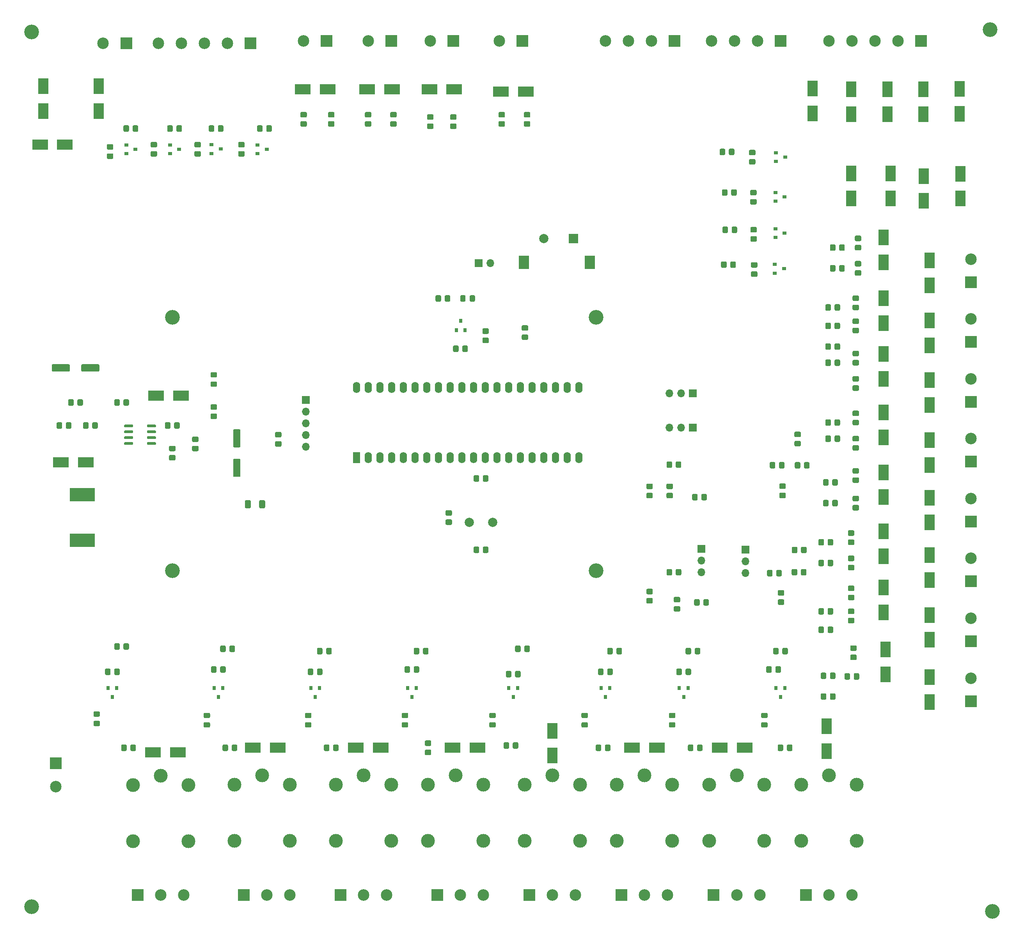
<source format=gts>
%TF.GenerationSoftware,KiCad,Pcbnew,(5.1.10)-1*%
%TF.CreationDate,2022-01-12T07:46:51+01:00*%
%TF.ProjectId,automate,6175746f-6d61-4746-952e-6b696361645f,rev?*%
%TF.SameCoordinates,Original*%
%TF.FileFunction,Soldermask,Top*%
%TF.FilePolarity,Negative*%
%FSLAX46Y46*%
G04 Gerber Fmt 4.6, Leading zero omitted, Abs format (unit mm)*
G04 Created by KiCad (PCBNEW (5.1.10)-1) date 2022-01-12 07:46:51*
%MOMM*%
%LPD*%
G01*
G04 APERTURE LIST*
%ADD10C,2.000000*%
%ADD11R,2.000000X2.000000*%
%ADD12C,3.200000*%
%ADD13R,3.500000X2.300000*%
%ADD14R,2.300000X3.500000*%
%ADD15C,2.500000*%
%ADD16R,2.500000X2.500000*%
%ADD17R,1.600000X2.400000*%
%ADD18O,1.600000X2.400000*%
%ADD19C,3.000000*%
%ADD20R,5.400000X2.900000*%
%ADD21R,0.800000X0.900000*%
%ADD22R,0.900000X0.800000*%
%ADD23R,1.700000X1.700000*%
%ADD24O,1.700000X1.700000*%
%ADD25R,2.200000X3.000000*%
G04 APERTURE END LIST*
D10*
%TO.C,BZ2*%
X181100000Y-69900000D03*
D11*
X187600000Y-69900000D03*
%TD*%
D10*
%TO.C,SW1*%
X170000000Y-131500000D03*
X165000000Y-131500000D03*
%TD*%
D12*
%TO.C,REF\u002A\u002A*%
X192500000Y-142000000D03*
%TD*%
%TO.C,REF\u002A\u002A*%
X192500000Y-87000000D03*
%TD*%
%TO.C,REF\u002A\u002A*%
X100500000Y-142000000D03*
%TD*%
%TO.C,REF\u002A\u002A*%
X100500000Y-87000000D03*
%TD*%
%TO.C,REF\u002A\u002A*%
X278000000Y-24500000D03*
%TD*%
%TO.C,REF\u002A\u002A*%
X278500000Y-216000000D03*
%TD*%
%TO.C,REF\u002A\u002A*%
X70000000Y-215000000D03*
%TD*%
%TO.C,REF\u002A\u002A*%
X70000000Y-25000000D03*
%TD*%
%TO.C,C2*%
G36*
G01*
X79100000Y-105049999D02*
X79100000Y-105950001D01*
G75*
G02*
X78850001Y-106200000I-249999J0D01*
G01*
X78149999Y-106200000D01*
G75*
G02*
X77900000Y-105950001I0J249999D01*
G01*
X77900000Y-105049999D01*
G75*
G02*
X78149999Y-104800000I249999J0D01*
G01*
X78850001Y-104800000D01*
G75*
G02*
X79100000Y-105049999I0J-249999D01*
G01*
G37*
G36*
G01*
X81100000Y-105049999D02*
X81100000Y-105950001D01*
G75*
G02*
X80850001Y-106200000I-249999J0D01*
G01*
X80149999Y-106200000D01*
G75*
G02*
X79900000Y-105950001I0J249999D01*
G01*
X79900000Y-105049999D01*
G75*
G02*
X80149999Y-104800000I249999J0D01*
G01*
X80850001Y-104800000D01*
G75*
G02*
X81100000Y-105049999I0J-249999D01*
G01*
G37*
%TD*%
%TO.C,C3*%
G36*
G01*
X98900000Y-110950001D02*
X98900000Y-110049999D01*
G75*
G02*
X99149999Y-109800000I249999J0D01*
G01*
X99850001Y-109800000D01*
G75*
G02*
X100100000Y-110049999I0J-249999D01*
G01*
X100100000Y-110950001D01*
G75*
G02*
X99850001Y-111200000I-249999J0D01*
G01*
X99149999Y-111200000D01*
G75*
G02*
X98900000Y-110950001I0J249999D01*
G01*
G37*
G36*
G01*
X100900000Y-110950001D02*
X100900000Y-110049999D01*
G75*
G02*
X101149999Y-109800000I249999J0D01*
G01*
X101850001Y-109800000D01*
G75*
G02*
X102100000Y-110049999I0J-249999D01*
G01*
X102100000Y-110950001D01*
G75*
G02*
X101850001Y-111200000I-249999J0D01*
G01*
X101149999Y-111200000D01*
G75*
G02*
X100900000Y-110950001I0J249999D01*
G01*
G37*
%TD*%
%TO.C,C4*%
G36*
G01*
X89100000Y-105049999D02*
X89100000Y-105950001D01*
G75*
G02*
X88850001Y-106200000I-249999J0D01*
G01*
X88149999Y-106200000D01*
G75*
G02*
X87900000Y-105950001I0J249999D01*
G01*
X87900000Y-105049999D01*
G75*
G02*
X88149999Y-104800000I249999J0D01*
G01*
X88850001Y-104800000D01*
G75*
G02*
X89100000Y-105049999I0J-249999D01*
G01*
G37*
G36*
G01*
X91100000Y-105049999D02*
X91100000Y-105950001D01*
G75*
G02*
X90850001Y-106200000I-249999J0D01*
G01*
X90149999Y-106200000D01*
G75*
G02*
X89900000Y-105950001I0J249999D01*
G01*
X89900000Y-105049999D01*
G75*
G02*
X90149999Y-104800000I249999J0D01*
G01*
X90850001Y-104800000D01*
G75*
G02*
X91100000Y-105049999I0J-249999D01*
G01*
G37*
%TD*%
%TO.C,C6*%
G36*
G01*
X123950001Y-115100000D02*
X123049999Y-115100000D01*
G75*
G02*
X122800000Y-114850001I0J249999D01*
G01*
X122800000Y-114149999D01*
G75*
G02*
X123049999Y-113900000I249999J0D01*
G01*
X123950001Y-113900000D01*
G75*
G02*
X124200000Y-114149999I0J-249999D01*
G01*
X124200000Y-114850001D01*
G75*
G02*
X123950001Y-115100000I-249999J0D01*
G01*
G37*
G36*
G01*
X123950001Y-113100000D02*
X123049999Y-113100000D01*
G75*
G02*
X122800000Y-112850001I0J249999D01*
G01*
X122800000Y-112149999D01*
G75*
G02*
X123049999Y-111900000I249999J0D01*
G01*
X123950001Y-111900000D01*
G75*
G02*
X124200000Y-112149999I0J-249999D01*
G01*
X124200000Y-112850001D01*
G75*
G02*
X123950001Y-113100000I-249999J0D01*
G01*
G37*
%TD*%
%TO.C,C7*%
G36*
G01*
X167100000Y-121549999D02*
X167100000Y-122450001D01*
G75*
G02*
X166850001Y-122700000I-249999J0D01*
G01*
X166149999Y-122700000D01*
G75*
G02*
X165900000Y-122450001I0J249999D01*
G01*
X165900000Y-121549999D01*
G75*
G02*
X166149999Y-121300000I249999J0D01*
G01*
X166850001Y-121300000D01*
G75*
G02*
X167100000Y-121549999I0J-249999D01*
G01*
G37*
G36*
G01*
X169100000Y-121549999D02*
X169100000Y-122450001D01*
G75*
G02*
X168850001Y-122700000I-249999J0D01*
G01*
X168149999Y-122700000D01*
G75*
G02*
X167900000Y-122450001I0J249999D01*
G01*
X167900000Y-121549999D01*
G75*
G02*
X168149999Y-121300000I249999J0D01*
G01*
X168850001Y-121300000D01*
G75*
G02*
X169100000Y-121549999I0J-249999D01*
G01*
G37*
%TD*%
%TO.C,C8*%
G36*
G01*
X167900000Y-137950001D02*
X167900000Y-137049999D01*
G75*
G02*
X168149999Y-136800000I249999J0D01*
G01*
X168850001Y-136800000D01*
G75*
G02*
X169100000Y-137049999I0J-249999D01*
G01*
X169100000Y-137950001D01*
G75*
G02*
X168850001Y-138200000I-249999J0D01*
G01*
X168149999Y-138200000D01*
G75*
G02*
X167900000Y-137950001I0J249999D01*
G01*
G37*
G36*
G01*
X165900000Y-137950001D02*
X165900000Y-137049999D01*
G75*
G02*
X166149999Y-136800000I249999J0D01*
G01*
X166850001Y-136800000D01*
G75*
G02*
X167100000Y-137049999I0J-249999D01*
G01*
X167100000Y-137950001D01*
G75*
G02*
X166850001Y-138200000I-249999J0D01*
G01*
X166149999Y-138200000D01*
G75*
G02*
X165900000Y-137950001I0J249999D01*
G01*
G37*
%TD*%
%TO.C,C9*%
G36*
G01*
X246400000Y-165450001D02*
X246400000Y-164549999D01*
G75*
G02*
X246649999Y-164300000I249999J0D01*
G01*
X247350001Y-164300000D01*
G75*
G02*
X247600000Y-164549999I0J-249999D01*
G01*
X247600000Y-165450001D01*
G75*
G02*
X247350001Y-165700000I-249999J0D01*
G01*
X246649999Y-165700000D01*
G75*
G02*
X246400000Y-165450001I0J249999D01*
G01*
G37*
G36*
G01*
X248400000Y-165450001D02*
X248400000Y-164549999D01*
G75*
G02*
X248649999Y-164300000I249999J0D01*
G01*
X249350001Y-164300000D01*
G75*
G02*
X249600000Y-164549999I0J-249999D01*
G01*
X249600000Y-165450001D01*
G75*
G02*
X249350001Y-165700000I-249999J0D01*
G01*
X248649999Y-165700000D01*
G75*
G02*
X248400000Y-165450001I0J249999D01*
G01*
G37*
%TD*%
%TO.C,C10*%
G36*
G01*
X247389599Y-150262800D02*
X248289601Y-150262800D01*
G75*
G02*
X248539600Y-150512799I0J-249999D01*
G01*
X248539600Y-151212801D01*
G75*
G02*
X248289601Y-151462800I-249999J0D01*
G01*
X247389599Y-151462800D01*
G75*
G02*
X247139600Y-151212801I0J249999D01*
G01*
X247139600Y-150512799D01*
G75*
G02*
X247389599Y-150262800I249999J0D01*
G01*
G37*
G36*
G01*
X247389599Y-152262800D02*
X248289601Y-152262800D01*
G75*
G02*
X248539600Y-152512799I0J-249999D01*
G01*
X248539600Y-153212801D01*
G75*
G02*
X248289601Y-153462800I-249999J0D01*
G01*
X247389599Y-153462800D01*
G75*
G02*
X247139600Y-153212801I0J249999D01*
G01*
X247139600Y-152512799D01*
G75*
G02*
X247389599Y-152262800I249999J0D01*
G01*
G37*
%TD*%
%TO.C,C11*%
G36*
G01*
X247389599Y-138762800D02*
X248289601Y-138762800D01*
G75*
G02*
X248539600Y-139012799I0J-249999D01*
G01*
X248539600Y-139712801D01*
G75*
G02*
X248289601Y-139962800I-249999J0D01*
G01*
X247389599Y-139962800D01*
G75*
G02*
X247139600Y-139712801I0J249999D01*
G01*
X247139600Y-139012799D01*
G75*
G02*
X247389599Y-138762800I249999J0D01*
G01*
G37*
G36*
G01*
X247389599Y-140762800D02*
X248289601Y-140762800D01*
G75*
G02*
X248539600Y-141012799I0J-249999D01*
G01*
X248539600Y-141712801D01*
G75*
G02*
X248289601Y-141962800I-249999J0D01*
G01*
X247389599Y-141962800D01*
G75*
G02*
X247139600Y-141712801I0J249999D01*
G01*
X247139600Y-141012799D01*
G75*
G02*
X247389599Y-140762800I249999J0D01*
G01*
G37*
%TD*%
%TO.C,C12*%
G36*
G01*
X248389599Y-127762800D02*
X249289601Y-127762800D01*
G75*
G02*
X249539600Y-128012799I0J-249999D01*
G01*
X249539600Y-128712801D01*
G75*
G02*
X249289601Y-128962800I-249999J0D01*
G01*
X248389599Y-128962800D01*
G75*
G02*
X248139600Y-128712801I0J249999D01*
G01*
X248139600Y-128012799D01*
G75*
G02*
X248389599Y-127762800I249999J0D01*
G01*
G37*
G36*
G01*
X248389599Y-125762800D02*
X249289601Y-125762800D01*
G75*
G02*
X249539600Y-126012799I0J-249999D01*
G01*
X249539600Y-126712801D01*
G75*
G02*
X249289601Y-126962800I-249999J0D01*
G01*
X248389599Y-126962800D01*
G75*
G02*
X248139600Y-126712801I0J249999D01*
G01*
X248139600Y-126012799D01*
G75*
G02*
X248389599Y-125762800I249999J0D01*
G01*
G37*
%TD*%
%TO.C,C13*%
G36*
G01*
X248389599Y-114762800D02*
X249289601Y-114762800D01*
G75*
G02*
X249539600Y-115012799I0J-249999D01*
G01*
X249539600Y-115712801D01*
G75*
G02*
X249289601Y-115962800I-249999J0D01*
G01*
X248389599Y-115962800D01*
G75*
G02*
X248139600Y-115712801I0J249999D01*
G01*
X248139600Y-115012799D01*
G75*
G02*
X248389599Y-114762800I249999J0D01*
G01*
G37*
G36*
G01*
X248389599Y-112762800D02*
X249289601Y-112762800D01*
G75*
G02*
X249539600Y-113012799I0J-249999D01*
G01*
X249539600Y-113712801D01*
G75*
G02*
X249289601Y-113962800I-249999J0D01*
G01*
X248389599Y-113962800D01*
G75*
G02*
X248139600Y-113712801I0J249999D01*
G01*
X248139600Y-113012799D01*
G75*
G02*
X248389599Y-112762800I249999J0D01*
G01*
G37*
%TD*%
%TO.C,C14*%
G36*
G01*
X248389599Y-101762800D02*
X249289601Y-101762800D01*
G75*
G02*
X249539600Y-102012799I0J-249999D01*
G01*
X249539600Y-102712801D01*
G75*
G02*
X249289601Y-102962800I-249999J0D01*
G01*
X248389599Y-102962800D01*
G75*
G02*
X248139600Y-102712801I0J249999D01*
G01*
X248139600Y-102012799D01*
G75*
G02*
X248389599Y-101762800I249999J0D01*
G01*
G37*
G36*
G01*
X248389599Y-99762800D02*
X249289601Y-99762800D01*
G75*
G02*
X249539600Y-100012799I0J-249999D01*
G01*
X249539600Y-100712801D01*
G75*
G02*
X249289601Y-100962800I-249999J0D01*
G01*
X248389599Y-100962800D01*
G75*
G02*
X248139600Y-100712801I0J249999D01*
G01*
X248139600Y-100012799D01*
G75*
G02*
X248389599Y-99762800I249999J0D01*
G01*
G37*
%TD*%
%TO.C,C15*%
G36*
G01*
X248389599Y-89262800D02*
X249289601Y-89262800D01*
G75*
G02*
X249539600Y-89512799I0J-249999D01*
G01*
X249539600Y-90212801D01*
G75*
G02*
X249289601Y-90462800I-249999J0D01*
G01*
X248389599Y-90462800D01*
G75*
G02*
X248139600Y-90212801I0J249999D01*
G01*
X248139600Y-89512799D01*
G75*
G02*
X248389599Y-89262800I249999J0D01*
G01*
G37*
G36*
G01*
X248389599Y-87262800D02*
X249289601Y-87262800D01*
G75*
G02*
X249539600Y-87512799I0J-249999D01*
G01*
X249539600Y-88212801D01*
G75*
G02*
X249289601Y-88462800I-249999J0D01*
G01*
X248389599Y-88462800D01*
G75*
G02*
X248139600Y-88212801I0J249999D01*
G01*
X248139600Y-87512799D01*
G75*
G02*
X248389599Y-87262800I249999J0D01*
G01*
G37*
%TD*%
%TO.C,C16*%
G36*
G01*
X248889599Y-74762800D02*
X249789601Y-74762800D01*
G75*
G02*
X250039600Y-75012799I0J-249999D01*
G01*
X250039600Y-75712801D01*
G75*
G02*
X249789601Y-75962800I-249999J0D01*
G01*
X248889599Y-75962800D01*
G75*
G02*
X248639600Y-75712801I0J249999D01*
G01*
X248639600Y-75012799D01*
G75*
G02*
X248889599Y-74762800I249999J0D01*
G01*
G37*
G36*
G01*
X248889599Y-76762800D02*
X249789601Y-76762800D01*
G75*
G02*
X250039600Y-77012799I0J-249999D01*
G01*
X250039600Y-77712801D01*
G75*
G02*
X249789601Y-77962800I-249999J0D01*
G01*
X248889599Y-77962800D01*
G75*
G02*
X248639600Y-77712801I0J249999D01*
G01*
X248639600Y-77012799D01*
G75*
G02*
X248889599Y-76762800I249999J0D01*
G01*
G37*
%TD*%
D13*
%TO.C,D2*%
X77200000Y-49500000D03*
X71800000Y-49500000D03*
%TD*%
%TO.C,D14*%
X161300000Y-180500000D03*
X166700000Y-180500000D03*
%TD*%
D14*
%TO.C,D23*%
X264839600Y-170562800D03*
X264839600Y-165162800D03*
%TD*%
%TO.C,D24*%
X264839600Y-157062800D03*
X264839600Y-151662800D03*
%TD*%
%TO.C,D25*%
X264839600Y-144062800D03*
X264839600Y-138662800D03*
%TD*%
%TO.C,D26*%
X264839600Y-126162800D03*
X264839600Y-131562800D03*
%TD*%
%TO.C,D31*%
X264839600Y-113662800D03*
X264839600Y-119062800D03*
%TD*%
%TO.C,D32*%
X264839600Y-106062800D03*
X264839600Y-100662800D03*
%TD*%
%TO.C,D33*%
X264839600Y-93062800D03*
X264839600Y-87662800D03*
%TD*%
%TO.C,D34*%
X264839600Y-74662800D03*
X264839600Y-80062800D03*
%TD*%
D13*
%TO.C,D39*%
X134200000Y-37500000D03*
X128800000Y-37500000D03*
%TD*%
%TO.C,D40*%
X148200000Y-37500000D03*
X142800000Y-37500000D03*
%TD*%
%TO.C,D41*%
X161700000Y-37500000D03*
X156300000Y-37500000D03*
%TD*%
%TO.C,D42*%
X171800000Y-38000000D03*
X177200000Y-38000000D03*
%TD*%
D15*
%TO.C,J1*%
X85500000Y-27500000D03*
D16*
X90500000Y-27500000D03*
%TD*%
D15*
%TO.C,J3*%
X217500000Y-27000000D03*
D16*
X232500000Y-27000000D03*
D15*
X227500000Y-27000000D03*
X222500000Y-27000000D03*
%TD*%
%TO.C,J4*%
X199500000Y-27000000D03*
X204500000Y-27000000D03*
D16*
X209500000Y-27000000D03*
D15*
X194500000Y-27000000D03*
%TD*%
D16*
%TO.C,J5*%
X93000000Y-212500000D03*
D15*
X98000000Y-212500000D03*
X103000000Y-212500000D03*
%TD*%
D16*
%TO.C,J6*%
X116000000Y-212500000D03*
D15*
X121000000Y-212500000D03*
X126000000Y-212500000D03*
%TD*%
D16*
%TO.C,J7*%
X137000000Y-212500000D03*
D15*
X142000000Y-212500000D03*
X147000000Y-212500000D03*
%TD*%
%TO.C,J8*%
X168000000Y-212500000D03*
X163000000Y-212500000D03*
D16*
X158000000Y-212500000D03*
%TD*%
%TO.C,J9*%
X178000000Y-212500000D03*
D15*
X183000000Y-212500000D03*
X188000000Y-212500000D03*
%TD*%
%TO.C,J10*%
X208000000Y-212500000D03*
X203000000Y-212500000D03*
D16*
X198000000Y-212500000D03*
%TD*%
D15*
%TO.C,J11*%
X228000000Y-212500000D03*
X223000000Y-212500000D03*
D16*
X218000000Y-212500000D03*
%TD*%
D15*
%TO.C,J12*%
X248000000Y-212500000D03*
X243000000Y-212500000D03*
D16*
X238000000Y-212500000D03*
%TD*%
D15*
%TO.C,J13*%
X273839600Y-165362800D03*
D16*
X273839600Y-170362800D03*
%TD*%
D15*
%TO.C,J14*%
X273839600Y-152362800D03*
D16*
X273839600Y-157362800D03*
%TD*%
D15*
%TO.C,J15*%
X273839600Y-139362800D03*
D16*
X273839600Y-144362800D03*
%TD*%
%TO.C,J16*%
X273839600Y-131362800D03*
D15*
X273839600Y-126362800D03*
%TD*%
%TO.C,J17*%
X273839600Y-113362800D03*
D16*
X273839600Y-118362800D03*
%TD*%
%TO.C,J18*%
X273839600Y-105362800D03*
D15*
X273839600Y-100362800D03*
%TD*%
D16*
%TO.C,J19*%
X273839600Y-92362800D03*
D15*
X273839600Y-87362800D03*
%TD*%
%TO.C,J20*%
X273839600Y-74362800D03*
D16*
X273839600Y-79362800D03*
%TD*%
%TO.C,J21*%
X134000000Y-27000000D03*
D15*
X129000000Y-27000000D03*
%TD*%
D16*
%TO.C,J22*%
X148000000Y-27000000D03*
D15*
X143000000Y-27000000D03*
%TD*%
D16*
%TO.C,J23*%
X161500000Y-27000000D03*
D15*
X156500000Y-27000000D03*
%TD*%
%TO.C,J24*%
X171500000Y-27000000D03*
D16*
X176500000Y-27000000D03*
%TD*%
D15*
%TO.C,J25*%
X102500000Y-27500000D03*
D16*
X117500000Y-27500000D03*
D15*
X112500000Y-27500000D03*
X107500000Y-27500000D03*
X97500000Y-27500000D03*
%TD*%
%TO.C,R1*%
G36*
G01*
X83125001Y-110950001D02*
X83125001Y-110049999D01*
G75*
G02*
X83375000Y-109800000I249999J0D01*
G01*
X84075002Y-109800000D01*
G75*
G02*
X84325001Y-110049999I0J-249999D01*
G01*
X84325001Y-110950001D01*
G75*
G02*
X84075002Y-111200000I-249999J0D01*
G01*
X83375000Y-111200000D01*
G75*
G02*
X83125001Y-110950001I0J249999D01*
G01*
G37*
G36*
G01*
X81125001Y-110950001D02*
X81125001Y-110049999D01*
G75*
G02*
X81375000Y-109800000I249999J0D01*
G01*
X82075002Y-109800000D01*
G75*
G02*
X82325001Y-110049999I0J-249999D01*
G01*
X82325001Y-110950001D01*
G75*
G02*
X82075002Y-111200000I-249999J0D01*
G01*
X81375000Y-111200000D01*
G75*
G02*
X81125001Y-110950001I0J249999D01*
G01*
G37*
%TD*%
%TO.C,R2*%
G36*
G01*
X78600000Y-110049999D02*
X78600000Y-110950001D01*
G75*
G02*
X78350001Y-111200000I-249999J0D01*
G01*
X77649999Y-111200000D01*
G75*
G02*
X77400000Y-110950001I0J249999D01*
G01*
X77400000Y-110049999D01*
G75*
G02*
X77649999Y-109800000I249999J0D01*
G01*
X78350001Y-109800000D01*
G75*
G02*
X78600000Y-110049999I0J-249999D01*
G01*
G37*
G36*
G01*
X76600000Y-110049999D02*
X76600000Y-110950001D01*
G75*
G02*
X76350001Y-111200000I-249999J0D01*
G01*
X75649999Y-111200000D01*
G75*
G02*
X75400000Y-110950001I0J249999D01*
G01*
X75400000Y-110049999D01*
G75*
G02*
X75649999Y-109800000I249999J0D01*
G01*
X76350001Y-109800000D01*
G75*
G02*
X76600000Y-110049999I0J-249999D01*
G01*
G37*
%TD*%
%TO.C,R3*%
G36*
G01*
X100950001Y-116100000D02*
X100049999Y-116100000D01*
G75*
G02*
X99800000Y-115850001I0J249999D01*
G01*
X99800000Y-115149999D01*
G75*
G02*
X100049999Y-114900000I249999J0D01*
G01*
X100950001Y-114900000D01*
G75*
G02*
X101200000Y-115149999I0J-249999D01*
G01*
X101200000Y-115850001D01*
G75*
G02*
X100950001Y-116100000I-249999J0D01*
G01*
G37*
G36*
G01*
X100950001Y-118100000D02*
X100049999Y-118100000D01*
G75*
G02*
X99800000Y-117850001I0J249999D01*
G01*
X99800000Y-117149999D01*
G75*
G02*
X100049999Y-116900000I249999J0D01*
G01*
X100950001Y-116900000D01*
G75*
G02*
X101200000Y-117149999I0J-249999D01*
G01*
X101200000Y-117850001D01*
G75*
G02*
X100950001Y-118100000I-249999J0D01*
G01*
G37*
%TD*%
%TO.C,R4*%
G36*
G01*
X105950001Y-114100000D02*
X105049999Y-114100000D01*
G75*
G02*
X104800000Y-113850001I0J249999D01*
G01*
X104800000Y-113149999D01*
G75*
G02*
X105049999Y-112900000I249999J0D01*
G01*
X105950001Y-112900000D01*
G75*
G02*
X106200000Y-113149999I0J-249999D01*
G01*
X106200000Y-113850001D01*
G75*
G02*
X105950001Y-114100000I-249999J0D01*
G01*
G37*
G36*
G01*
X105950001Y-116100000D02*
X105049999Y-116100000D01*
G75*
G02*
X104800000Y-115850001I0J249999D01*
G01*
X104800000Y-115149999D01*
G75*
G02*
X105049999Y-114900000I249999J0D01*
G01*
X105950001Y-114900000D01*
G75*
G02*
X106200000Y-115149999I0J-249999D01*
G01*
X106200000Y-115850001D01*
G75*
G02*
X105950001Y-116100000I-249999J0D01*
G01*
G37*
%TD*%
%TO.C,R5*%
G36*
G01*
X109049999Y-107900000D02*
X109950001Y-107900000D01*
G75*
G02*
X110200000Y-108149999I0J-249999D01*
G01*
X110200000Y-108850001D01*
G75*
G02*
X109950001Y-109100000I-249999J0D01*
G01*
X109049999Y-109100000D01*
G75*
G02*
X108800000Y-108850001I0J249999D01*
G01*
X108800000Y-108149999D01*
G75*
G02*
X109049999Y-107900000I249999J0D01*
G01*
G37*
G36*
G01*
X109049999Y-105900000D02*
X109950001Y-105900000D01*
G75*
G02*
X110200000Y-106149999I0J-249999D01*
G01*
X110200000Y-106850001D01*
G75*
G02*
X109950001Y-107100000I-249999J0D01*
G01*
X109049999Y-107100000D01*
G75*
G02*
X108800000Y-106850001I0J249999D01*
G01*
X108800000Y-106149999D01*
G75*
G02*
X109049999Y-105900000I249999J0D01*
G01*
G37*
%TD*%
%TO.C,R6*%
G36*
G01*
X160049999Y-130900000D02*
X160950001Y-130900000D01*
G75*
G02*
X161200000Y-131149999I0J-249999D01*
G01*
X161200000Y-131850001D01*
G75*
G02*
X160950001Y-132100000I-249999J0D01*
G01*
X160049999Y-132100000D01*
G75*
G02*
X159800000Y-131850001I0J249999D01*
G01*
X159800000Y-131149999D01*
G75*
G02*
X160049999Y-130900000I249999J0D01*
G01*
G37*
G36*
G01*
X160049999Y-128900000D02*
X160950001Y-128900000D01*
G75*
G02*
X161200000Y-129149999I0J-249999D01*
G01*
X161200000Y-129850001D01*
G75*
G02*
X160950001Y-130100000I-249999J0D01*
G01*
X160049999Y-130100000D01*
G75*
G02*
X159800000Y-129850001I0J249999D01*
G01*
X159800000Y-129149999D01*
G75*
G02*
X160049999Y-128900000I249999J0D01*
G01*
G37*
%TD*%
%TO.C,R7*%
G36*
G01*
X89400000Y-180950001D02*
X89400000Y-180049999D01*
G75*
G02*
X89649999Y-179800000I249999J0D01*
G01*
X90350001Y-179800000D01*
G75*
G02*
X90600000Y-180049999I0J-249999D01*
G01*
X90600000Y-180950001D01*
G75*
G02*
X90350001Y-181200000I-249999J0D01*
G01*
X89649999Y-181200000D01*
G75*
G02*
X89400000Y-180950001I0J249999D01*
G01*
G37*
G36*
G01*
X91400000Y-180950001D02*
X91400000Y-180049999D01*
G75*
G02*
X91649999Y-179800000I249999J0D01*
G01*
X92350001Y-179800000D01*
G75*
G02*
X92600000Y-180049999I0J-249999D01*
G01*
X92600000Y-180950001D01*
G75*
G02*
X92350001Y-181200000I-249999J0D01*
G01*
X91649999Y-181200000D01*
G75*
G02*
X91400000Y-180950001I0J249999D01*
G01*
G37*
%TD*%
%TO.C,R8*%
G36*
G01*
X87900000Y-158950001D02*
X87900000Y-158049999D01*
G75*
G02*
X88149999Y-157800000I249999J0D01*
G01*
X88850001Y-157800000D01*
G75*
G02*
X89100000Y-158049999I0J-249999D01*
G01*
X89100000Y-158950001D01*
G75*
G02*
X88850001Y-159200000I-249999J0D01*
G01*
X88149999Y-159200000D01*
G75*
G02*
X87900000Y-158950001I0J249999D01*
G01*
G37*
G36*
G01*
X89900000Y-158950001D02*
X89900000Y-158049999D01*
G75*
G02*
X90149999Y-157800000I249999J0D01*
G01*
X90850001Y-157800000D01*
G75*
G02*
X91100000Y-158049999I0J-249999D01*
G01*
X91100000Y-158950001D01*
G75*
G02*
X90850001Y-159200000I-249999J0D01*
G01*
X90149999Y-159200000D01*
G75*
G02*
X89900000Y-158950001I0J249999D01*
G01*
G37*
%TD*%
%TO.C,R9*%
G36*
G01*
X87900000Y-164450001D02*
X87900000Y-163549999D01*
G75*
G02*
X88149999Y-163300000I249999J0D01*
G01*
X88850001Y-163300000D01*
G75*
G02*
X89100000Y-163549999I0J-249999D01*
G01*
X89100000Y-164450001D01*
G75*
G02*
X88850001Y-164700000I-249999J0D01*
G01*
X88149999Y-164700000D01*
G75*
G02*
X87900000Y-164450001I0J249999D01*
G01*
G37*
G36*
G01*
X85900000Y-164450001D02*
X85900000Y-163549999D01*
G75*
G02*
X86149999Y-163300000I249999J0D01*
G01*
X86850001Y-163300000D01*
G75*
G02*
X87100000Y-163549999I0J-249999D01*
G01*
X87100000Y-164450001D01*
G75*
G02*
X86850001Y-164700000I-249999J0D01*
G01*
X86149999Y-164700000D01*
G75*
G02*
X85900000Y-164450001I0J249999D01*
G01*
G37*
%TD*%
%TO.C,R10*%
G36*
G01*
X113400000Y-180950001D02*
X113400000Y-180049999D01*
G75*
G02*
X113649999Y-179800000I249999J0D01*
G01*
X114350001Y-179800000D01*
G75*
G02*
X114600000Y-180049999I0J-249999D01*
G01*
X114600000Y-180950001D01*
G75*
G02*
X114350001Y-181200000I-249999J0D01*
G01*
X113649999Y-181200000D01*
G75*
G02*
X113400000Y-180950001I0J249999D01*
G01*
G37*
G36*
G01*
X111400000Y-180950001D02*
X111400000Y-180049999D01*
G75*
G02*
X111649999Y-179800000I249999J0D01*
G01*
X112350001Y-179800000D01*
G75*
G02*
X112600000Y-180049999I0J-249999D01*
G01*
X112600000Y-180950001D01*
G75*
G02*
X112350001Y-181200000I-249999J0D01*
G01*
X111649999Y-181200000D01*
G75*
G02*
X111400000Y-180950001I0J249999D01*
G01*
G37*
%TD*%
%TO.C,R11*%
G36*
G01*
X110900000Y-159450001D02*
X110900000Y-158549999D01*
G75*
G02*
X111149999Y-158300000I249999J0D01*
G01*
X111850001Y-158300000D01*
G75*
G02*
X112100000Y-158549999I0J-249999D01*
G01*
X112100000Y-159450001D01*
G75*
G02*
X111850001Y-159700000I-249999J0D01*
G01*
X111149999Y-159700000D01*
G75*
G02*
X110900000Y-159450001I0J249999D01*
G01*
G37*
G36*
G01*
X112900000Y-159450001D02*
X112900000Y-158549999D01*
G75*
G02*
X113149999Y-158300000I249999J0D01*
G01*
X113850001Y-158300000D01*
G75*
G02*
X114100000Y-158549999I0J-249999D01*
G01*
X114100000Y-159450001D01*
G75*
G02*
X113850001Y-159700000I-249999J0D01*
G01*
X113149999Y-159700000D01*
G75*
G02*
X112900000Y-159450001I0J249999D01*
G01*
G37*
%TD*%
%TO.C,R12*%
G36*
G01*
X108900000Y-163950001D02*
X108900000Y-163049999D01*
G75*
G02*
X109149999Y-162800000I249999J0D01*
G01*
X109850001Y-162800000D01*
G75*
G02*
X110100000Y-163049999I0J-249999D01*
G01*
X110100000Y-163950001D01*
G75*
G02*
X109850001Y-164200000I-249999J0D01*
G01*
X109149999Y-164200000D01*
G75*
G02*
X108900000Y-163950001I0J249999D01*
G01*
G37*
G36*
G01*
X110900000Y-163950001D02*
X110900000Y-163049999D01*
G75*
G02*
X111149999Y-162800000I249999J0D01*
G01*
X111850001Y-162800000D01*
G75*
G02*
X112100000Y-163049999I0J-249999D01*
G01*
X112100000Y-163950001D01*
G75*
G02*
X111850001Y-164200000I-249999J0D01*
G01*
X111149999Y-164200000D01*
G75*
G02*
X110900000Y-163950001I0J249999D01*
G01*
G37*
%TD*%
%TO.C,R13*%
G36*
G01*
X135400000Y-180950001D02*
X135400000Y-180049999D01*
G75*
G02*
X135649999Y-179800000I249999J0D01*
G01*
X136350001Y-179800000D01*
G75*
G02*
X136600000Y-180049999I0J-249999D01*
G01*
X136600000Y-180950001D01*
G75*
G02*
X136350001Y-181200000I-249999J0D01*
G01*
X135649999Y-181200000D01*
G75*
G02*
X135400000Y-180950001I0J249999D01*
G01*
G37*
G36*
G01*
X133400000Y-180950001D02*
X133400000Y-180049999D01*
G75*
G02*
X133649999Y-179800000I249999J0D01*
G01*
X134350001Y-179800000D01*
G75*
G02*
X134600000Y-180049999I0J-249999D01*
G01*
X134600000Y-180950001D01*
G75*
G02*
X134350001Y-181200000I-249999J0D01*
G01*
X133649999Y-181200000D01*
G75*
G02*
X133400000Y-180950001I0J249999D01*
G01*
G37*
%TD*%
%TO.C,R14*%
G36*
G01*
X131900000Y-159950001D02*
X131900000Y-159049999D01*
G75*
G02*
X132149999Y-158800000I249999J0D01*
G01*
X132850001Y-158800000D01*
G75*
G02*
X133100000Y-159049999I0J-249999D01*
G01*
X133100000Y-159950001D01*
G75*
G02*
X132850001Y-160200000I-249999J0D01*
G01*
X132149999Y-160200000D01*
G75*
G02*
X131900000Y-159950001I0J249999D01*
G01*
G37*
G36*
G01*
X133900000Y-159950001D02*
X133900000Y-159049999D01*
G75*
G02*
X134149999Y-158800000I249999J0D01*
G01*
X134850001Y-158800000D01*
G75*
G02*
X135100000Y-159049999I0J-249999D01*
G01*
X135100000Y-159950001D01*
G75*
G02*
X134850001Y-160200000I-249999J0D01*
G01*
X134149999Y-160200000D01*
G75*
G02*
X133900000Y-159950001I0J249999D01*
G01*
G37*
%TD*%
%TO.C,R15*%
G36*
G01*
X129900000Y-164450001D02*
X129900000Y-163549999D01*
G75*
G02*
X130149999Y-163300000I249999J0D01*
G01*
X130850001Y-163300000D01*
G75*
G02*
X131100000Y-163549999I0J-249999D01*
G01*
X131100000Y-164450001D01*
G75*
G02*
X130850001Y-164700000I-249999J0D01*
G01*
X130149999Y-164700000D01*
G75*
G02*
X129900000Y-164450001I0J249999D01*
G01*
G37*
G36*
G01*
X131900000Y-164450001D02*
X131900000Y-163549999D01*
G75*
G02*
X132149999Y-163300000I249999J0D01*
G01*
X132850001Y-163300000D01*
G75*
G02*
X133100000Y-163549999I0J-249999D01*
G01*
X133100000Y-164450001D01*
G75*
G02*
X132850001Y-164700000I-249999J0D01*
G01*
X132149999Y-164700000D01*
G75*
G02*
X131900000Y-164450001I0J249999D01*
G01*
G37*
%TD*%
%TO.C,R16*%
G36*
G01*
X155549999Y-178900000D02*
X156450001Y-178900000D01*
G75*
G02*
X156700000Y-179149999I0J-249999D01*
G01*
X156700000Y-179850001D01*
G75*
G02*
X156450001Y-180100000I-249999J0D01*
G01*
X155549999Y-180100000D01*
G75*
G02*
X155300000Y-179850001I0J249999D01*
G01*
X155300000Y-179149999D01*
G75*
G02*
X155549999Y-178900000I249999J0D01*
G01*
G37*
G36*
G01*
X155549999Y-180900000D02*
X156450001Y-180900000D01*
G75*
G02*
X156700000Y-181149999I0J-249999D01*
G01*
X156700000Y-181850001D01*
G75*
G02*
X156450001Y-182100000I-249999J0D01*
G01*
X155549999Y-182100000D01*
G75*
G02*
X155300000Y-181850001I0J249999D01*
G01*
X155300000Y-181149999D01*
G75*
G02*
X155549999Y-180900000I249999J0D01*
G01*
G37*
%TD*%
%TO.C,R17*%
G36*
G01*
X152900000Y-159950001D02*
X152900000Y-159049999D01*
G75*
G02*
X153149999Y-158800000I249999J0D01*
G01*
X153850001Y-158800000D01*
G75*
G02*
X154100000Y-159049999I0J-249999D01*
G01*
X154100000Y-159950001D01*
G75*
G02*
X153850001Y-160200000I-249999J0D01*
G01*
X153149999Y-160200000D01*
G75*
G02*
X152900000Y-159950001I0J249999D01*
G01*
G37*
G36*
G01*
X154900000Y-159950001D02*
X154900000Y-159049999D01*
G75*
G02*
X155149999Y-158800000I249999J0D01*
G01*
X155850001Y-158800000D01*
G75*
G02*
X156100000Y-159049999I0J-249999D01*
G01*
X156100000Y-159950001D01*
G75*
G02*
X155850001Y-160200000I-249999J0D01*
G01*
X155149999Y-160200000D01*
G75*
G02*
X154900000Y-159950001I0J249999D01*
G01*
G37*
%TD*%
%TO.C,R18*%
G36*
G01*
X152900000Y-163950001D02*
X152900000Y-163049999D01*
G75*
G02*
X153149999Y-162800000I249999J0D01*
G01*
X153850001Y-162800000D01*
G75*
G02*
X154100000Y-163049999I0J-249999D01*
G01*
X154100000Y-163950001D01*
G75*
G02*
X153850001Y-164200000I-249999J0D01*
G01*
X153149999Y-164200000D01*
G75*
G02*
X152900000Y-163950001I0J249999D01*
G01*
G37*
G36*
G01*
X150900000Y-163950001D02*
X150900000Y-163049999D01*
G75*
G02*
X151149999Y-162800000I249999J0D01*
G01*
X151850001Y-162800000D01*
G75*
G02*
X152100000Y-163049999I0J-249999D01*
G01*
X152100000Y-163950001D01*
G75*
G02*
X151850001Y-164200000I-249999J0D01*
G01*
X151149999Y-164200000D01*
G75*
G02*
X150900000Y-163950001I0J249999D01*
G01*
G37*
%TD*%
%TO.C,R19*%
G36*
G01*
X172400000Y-180450001D02*
X172400000Y-179549999D01*
G75*
G02*
X172649999Y-179300000I249999J0D01*
G01*
X173350001Y-179300000D01*
G75*
G02*
X173600000Y-179549999I0J-249999D01*
G01*
X173600000Y-180450001D01*
G75*
G02*
X173350001Y-180700000I-249999J0D01*
G01*
X172649999Y-180700000D01*
G75*
G02*
X172400000Y-180450001I0J249999D01*
G01*
G37*
G36*
G01*
X174400000Y-180450001D02*
X174400000Y-179549999D01*
G75*
G02*
X174649999Y-179300000I249999J0D01*
G01*
X175350001Y-179300000D01*
G75*
G02*
X175600000Y-179549999I0J-249999D01*
G01*
X175600000Y-180450001D01*
G75*
G02*
X175350001Y-180700000I-249999J0D01*
G01*
X174649999Y-180700000D01*
G75*
G02*
X174400000Y-180450001I0J249999D01*
G01*
G37*
%TD*%
%TO.C,R20*%
G36*
G01*
X174900000Y-159450001D02*
X174900000Y-158549999D01*
G75*
G02*
X175149999Y-158300000I249999J0D01*
G01*
X175850001Y-158300000D01*
G75*
G02*
X176100000Y-158549999I0J-249999D01*
G01*
X176100000Y-159450001D01*
G75*
G02*
X175850001Y-159700000I-249999J0D01*
G01*
X175149999Y-159700000D01*
G75*
G02*
X174900000Y-159450001I0J249999D01*
G01*
G37*
G36*
G01*
X176900000Y-159450001D02*
X176900000Y-158549999D01*
G75*
G02*
X177149999Y-158300000I249999J0D01*
G01*
X177850001Y-158300000D01*
G75*
G02*
X178100000Y-158549999I0J-249999D01*
G01*
X178100000Y-159450001D01*
G75*
G02*
X177850001Y-159700000I-249999J0D01*
G01*
X177149999Y-159700000D01*
G75*
G02*
X176900000Y-159450001I0J249999D01*
G01*
G37*
%TD*%
%TO.C,R21*%
G36*
G01*
X174900000Y-164950001D02*
X174900000Y-164049999D01*
G75*
G02*
X175149999Y-163800000I249999J0D01*
G01*
X175850001Y-163800000D01*
G75*
G02*
X176100000Y-164049999I0J-249999D01*
G01*
X176100000Y-164950001D01*
G75*
G02*
X175850001Y-165200000I-249999J0D01*
G01*
X175149999Y-165200000D01*
G75*
G02*
X174900000Y-164950001I0J249999D01*
G01*
G37*
G36*
G01*
X172900000Y-164950001D02*
X172900000Y-164049999D01*
G75*
G02*
X173149999Y-163800000I249999J0D01*
G01*
X173850001Y-163800000D01*
G75*
G02*
X174100000Y-164049999I0J-249999D01*
G01*
X174100000Y-164950001D01*
G75*
G02*
X173850001Y-165200000I-249999J0D01*
G01*
X173149999Y-165200000D01*
G75*
G02*
X172900000Y-164950001I0J249999D01*
G01*
G37*
%TD*%
%TO.C,R22*%
G36*
G01*
X194400000Y-180950001D02*
X194400000Y-180049999D01*
G75*
G02*
X194649999Y-179800000I249999J0D01*
G01*
X195350001Y-179800000D01*
G75*
G02*
X195600000Y-180049999I0J-249999D01*
G01*
X195600000Y-180950001D01*
G75*
G02*
X195350001Y-181200000I-249999J0D01*
G01*
X194649999Y-181200000D01*
G75*
G02*
X194400000Y-180950001I0J249999D01*
G01*
G37*
G36*
G01*
X192400000Y-180950001D02*
X192400000Y-180049999D01*
G75*
G02*
X192649999Y-179800000I249999J0D01*
G01*
X193350001Y-179800000D01*
G75*
G02*
X193600000Y-180049999I0J-249999D01*
G01*
X193600000Y-180950001D01*
G75*
G02*
X193350001Y-181200000I-249999J0D01*
G01*
X192649999Y-181200000D01*
G75*
G02*
X192400000Y-180950001I0J249999D01*
G01*
G37*
%TD*%
%TO.C,R23*%
G36*
G01*
X194900000Y-159950001D02*
X194900000Y-159049999D01*
G75*
G02*
X195149999Y-158800000I249999J0D01*
G01*
X195850001Y-158800000D01*
G75*
G02*
X196100000Y-159049999I0J-249999D01*
G01*
X196100000Y-159950001D01*
G75*
G02*
X195850001Y-160200000I-249999J0D01*
G01*
X195149999Y-160200000D01*
G75*
G02*
X194900000Y-159950001I0J249999D01*
G01*
G37*
G36*
G01*
X196900000Y-159950001D02*
X196900000Y-159049999D01*
G75*
G02*
X197149999Y-158800000I249999J0D01*
G01*
X197850001Y-158800000D01*
G75*
G02*
X198100000Y-159049999I0J-249999D01*
G01*
X198100000Y-159950001D01*
G75*
G02*
X197850001Y-160200000I-249999J0D01*
G01*
X197149999Y-160200000D01*
G75*
G02*
X196900000Y-159950001I0J249999D01*
G01*
G37*
%TD*%
%TO.C,R24*%
G36*
G01*
X194900000Y-164450001D02*
X194900000Y-163549999D01*
G75*
G02*
X195149999Y-163300000I249999J0D01*
G01*
X195850001Y-163300000D01*
G75*
G02*
X196100000Y-163549999I0J-249999D01*
G01*
X196100000Y-164450001D01*
G75*
G02*
X195850001Y-164700000I-249999J0D01*
G01*
X195149999Y-164700000D01*
G75*
G02*
X194900000Y-164450001I0J249999D01*
G01*
G37*
G36*
G01*
X192900000Y-164450001D02*
X192900000Y-163549999D01*
G75*
G02*
X193149999Y-163300000I249999J0D01*
G01*
X193850001Y-163300000D01*
G75*
G02*
X194100000Y-163549999I0J-249999D01*
G01*
X194100000Y-164450001D01*
G75*
G02*
X193850001Y-164700000I-249999J0D01*
G01*
X193149999Y-164700000D01*
G75*
G02*
X192900000Y-164450001I0J249999D01*
G01*
G37*
%TD*%
%TO.C,R25*%
G36*
G01*
X214400000Y-180950001D02*
X214400000Y-180049999D01*
G75*
G02*
X214649999Y-179800000I249999J0D01*
G01*
X215350001Y-179800000D01*
G75*
G02*
X215600000Y-180049999I0J-249999D01*
G01*
X215600000Y-180950001D01*
G75*
G02*
X215350001Y-181200000I-249999J0D01*
G01*
X214649999Y-181200000D01*
G75*
G02*
X214400000Y-180950001I0J249999D01*
G01*
G37*
G36*
G01*
X212400000Y-180950001D02*
X212400000Y-180049999D01*
G75*
G02*
X212649999Y-179800000I249999J0D01*
G01*
X213350001Y-179800000D01*
G75*
G02*
X213600000Y-180049999I0J-249999D01*
G01*
X213600000Y-180950001D01*
G75*
G02*
X213350001Y-181200000I-249999J0D01*
G01*
X212649999Y-181200000D01*
G75*
G02*
X212400000Y-180950001I0J249999D01*
G01*
G37*
%TD*%
%TO.C,R26*%
G36*
G01*
X213900000Y-159950001D02*
X213900000Y-159049999D01*
G75*
G02*
X214149999Y-158800000I249999J0D01*
G01*
X214850001Y-158800000D01*
G75*
G02*
X215100000Y-159049999I0J-249999D01*
G01*
X215100000Y-159950001D01*
G75*
G02*
X214850001Y-160200000I-249999J0D01*
G01*
X214149999Y-160200000D01*
G75*
G02*
X213900000Y-159950001I0J249999D01*
G01*
G37*
G36*
G01*
X211900000Y-159950001D02*
X211900000Y-159049999D01*
G75*
G02*
X212149999Y-158800000I249999J0D01*
G01*
X212850001Y-158800000D01*
G75*
G02*
X213100000Y-159049999I0J-249999D01*
G01*
X213100000Y-159950001D01*
G75*
G02*
X212850001Y-160200000I-249999J0D01*
G01*
X212149999Y-160200000D01*
G75*
G02*
X211900000Y-159950001I0J249999D01*
G01*
G37*
%TD*%
%TO.C,R27*%
G36*
G01*
X209900000Y-164450001D02*
X209900000Y-163549999D01*
G75*
G02*
X210149999Y-163300000I249999J0D01*
G01*
X210850001Y-163300000D01*
G75*
G02*
X211100000Y-163549999I0J-249999D01*
G01*
X211100000Y-164450001D01*
G75*
G02*
X210850001Y-164700000I-249999J0D01*
G01*
X210149999Y-164700000D01*
G75*
G02*
X209900000Y-164450001I0J249999D01*
G01*
G37*
G36*
G01*
X211900000Y-164450001D02*
X211900000Y-163549999D01*
G75*
G02*
X212149999Y-163300000I249999J0D01*
G01*
X212850001Y-163300000D01*
G75*
G02*
X213100000Y-163549999I0J-249999D01*
G01*
X213100000Y-164450001D01*
G75*
G02*
X212850001Y-164700000I-249999J0D01*
G01*
X212149999Y-164700000D01*
G75*
G02*
X211900000Y-164450001I0J249999D01*
G01*
G37*
%TD*%
%TO.C,R28*%
G36*
G01*
X231900000Y-180950001D02*
X231900000Y-180049999D01*
G75*
G02*
X232149999Y-179800000I249999J0D01*
G01*
X232850001Y-179800000D01*
G75*
G02*
X233100000Y-180049999I0J-249999D01*
G01*
X233100000Y-180950001D01*
G75*
G02*
X232850001Y-181200000I-249999J0D01*
G01*
X232149999Y-181200000D01*
G75*
G02*
X231900000Y-180950001I0J249999D01*
G01*
G37*
G36*
G01*
X233900000Y-180950001D02*
X233900000Y-180049999D01*
G75*
G02*
X234149999Y-179800000I249999J0D01*
G01*
X234850001Y-179800000D01*
G75*
G02*
X235100000Y-180049999I0J-249999D01*
G01*
X235100000Y-180950001D01*
G75*
G02*
X234850001Y-181200000I-249999J0D01*
G01*
X234149999Y-181200000D01*
G75*
G02*
X233900000Y-180950001I0J249999D01*
G01*
G37*
%TD*%
%TO.C,R29*%
G36*
G01*
X232900000Y-159950001D02*
X232900000Y-159049999D01*
G75*
G02*
X233149999Y-158800000I249999J0D01*
G01*
X233850001Y-158800000D01*
G75*
G02*
X234100000Y-159049999I0J-249999D01*
G01*
X234100000Y-159950001D01*
G75*
G02*
X233850001Y-160200000I-249999J0D01*
G01*
X233149999Y-160200000D01*
G75*
G02*
X232900000Y-159950001I0J249999D01*
G01*
G37*
G36*
G01*
X230900000Y-159950001D02*
X230900000Y-159049999D01*
G75*
G02*
X231149999Y-158800000I249999J0D01*
G01*
X231850001Y-158800000D01*
G75*
G02*
X232100000Y-159049999I0J-249999D01*
G01*
X232100000Y-159950001D01*
G75*
G02*
X231850001Y-160200000I-249999J0D01*
G01*
X231149999Y-160200000D01*
G75*
G02*
X230900000Y-159950001I0J249999D01*
G01*
G37*
%TD*%
%TO.C,R30*%
G36*
G01*
X231400000Y-163950001D02*
X231400000Y-163049999D01*
G75*
G02*
X231649999Y-162800000I249999J0D01*
G01*
X232350001Y-162800000D01*
G75*
G02*
X232600000Y-163049999I0J-249999D01*
G01*
X232600000Y-163950001D01*
G75*
G02*
X232350001Y-164200000I-249999J0D01*
G01*
X231649999Y-164200000D01*
G75*
G02*
X231400000Y-163950001I0J249999D01*
G01*
G37*
G36*
G01*
X229400000Y-163950001D02*
X229400000Y-163049999D01*
G75*
G02*
X229649999Y-162800000I249999J0D01*
G01*
X230350001Y-162800000D01*
G75*
G02*
X230600000Y-163049999I0J-249999D01*
G01*
X230600000Y-163950001D01*
G75*
G02*
X230350001Y-164200000I-249999J0D01*
G01*
X229649999Y-164200000D01*
G75*
G02*
X229400000Y-163950001I0J249999D01*
G01*
G37*
%TD*%
%TO.C,R31*%
G36*
G01*
X248789601Y-159462800D02*
X247889599Y-159462800D01*
G75*
G02*
X247639600Y-159212801I0J249999D01*
G01*
X247639600Y-158512799D01*
G75*
G02*
X247889599Y-158262800I249999J0D01*
G01*
X248789601Y-158262800D01*
G75*
G02*
X249039600Y-158512799I0J-249999D01*
G01*
X249039600Y-159212801D01*
G75*
G02*
X248789601Y-159462800I-249999J0D01*
G01*
G37*
G36*
G01*
X248789601Y-161462800D02*
X247889599Y-161462800D01*
G75*
G02*
X247639600Y-161212801I0J249999D01*
G01*
X247639600Y-160512799D01*
G75*
G02*
X247889599Y-160262800I249999J0D01*
G01*
X248789601Y-160262800D01*
G75*
G02*
X249039600Y-160512799I0J-249999D01*
G01*
X249039600Y-161212801D01*
G75*
G02*
X248789601Y-161462800I-249999J0D01*
G01*
G37*
%TD*%
%TO.C,R32*%
G36*
G01*
X248289601Y-148462800D02*
X247389599Y-148462800D01*
G75*
G02*
X247139600Y-148212801I0J249999D01*
G01*
X247139600Y-147512799D01*
G75*
G02*
X247389599Y-147262800I249999J0D01*
G01*
X248289601Y-147262800D01*
G75*
G02*
X248539600Y-147512799I0J-249999D01*
G01*
X248539600Y-148212801D01*
G75*
G02*
X248289601Y-148462800I-249999J0D01*
G01*
G37*
G36*
G01*
X248289601Y-146462800D02*
X247389599Y-146462800D01*
G75*
G02*
X247139600Y-146212801I0J249999D01*
G01*
X247139600Y-145512799D01*
G75*
G02*
X247389599Y-145262800I249999J0D01*
G01*
X248289601Y-145262800D01*
G75*
G02*
X248539600Y-145512799I0J-249999D01*
G01*
X248539600Y-146212801D01*
G75*
G02*
X248289601Y-146462800I-249999J0D01*
G01*
G37*
%TD*%
%TO.C,R33*%
G36*
G01*
X248289601Y-134462800D02*
X247389599Y-134462800D01*
G75*
G02*
X247139600Y-134212801I0J249999D01*
G01*
X247139600Y-133512799D01*
G75*
G02*
X247389599Y-133262800I249999J0D01*
G01*
X248289601Y-133262800D01*
G75*
G02*
X248539600Y-133512799I0J-249999D01*
G01*
X248539600Y-134212801D01*
G75*
G02*
X248289601Y-134462800I-249999J0D01*
G01*
G37*
G36*
G01*
X248289601Y-136462800D02*
X247389599Y-136462800D01*
G75*
G02*
X247139600Y-136212801I0J249999D01*
G01*
X247139600Y-135512799D01*
G75*
G02*
X247389599Y-135262800I249999J0D01*
G01*
X248289601Y-135262800D01*
G75*
G02*
X248539600Y-135512799I0J-249999D01*
G01*
X248539600Y-136212801D01*
G75*
G02*
X248289601Y-136462800I-249999J0D01*
G01*
G37*
%TD*%
%TO.C,R34*%
G36*
G01*
X242439600Y-164412799D02*
X242439600Y-165312801D01*
G75*
G02*
X242189601Y-165562800I-249999J0D01*
G01*
X241489599Y-165562800D01*
G75*
G02*
X241239600Y-165312801I0J249999D01*
G01*
X241239600Y-164412799D01*
G75*
G02*
X241489599Y-164162800I249999J0D01*
G01*
X242189601Y-164162800D01*
G75*
G02*
X242439600Y-164412799I0J-249999D01*
G01*
G37*
G36*
G01*
X244439600Y-164412799D02*
X244439600Y-165312801D01*
G75*
G02*
X244189601Y-165562800I-249999J0D01*
G01*
X243489599Y-165562800D01*
G75*
G02*
X243239600Y-165312801I0J249999D01*
G01*
X243239600Y-164412799D01*
G75*
G02*
X243489599Y-164162800I249999J0D01*
G01*
X244189601Y-164162800D01*
G75*
G02*
X244439600Y-164412799I0J-249999D01*
G01*
G37*
%TD*%
%TO.C,R35*%
G36*
G01*
X249289601Y-120962800D02*
X248389599Y-120962800D01*
G75*
G02*
X248139600Y-120712801I0J249999D01*
G01*
X248139600Y-120012799D01*
G75*
G02*
X248389599Y-119762800I249999J0D01*
G01*
X249289601Y-119762800D01*
G75*
G02*
X249539600Y-120012799I0J-249999D01*
G01*
X249539600Y-120712801D01*
G75*
G02*
X249289601Y-120962800I-249999J0D01*
G01*
G37*
G36*
G01*
X249289601Y-122962800D02*
X248389599Y-122962800D01*
G75*
G02*
X248139600Y-122712801I0J249999D01*
G01*
X248139600Y-122012799D01*
G75*
G02*
X248389599Y-121762800I249999J0D01*
G01*
X249289601Y-121762800D01*
G75*
G02*
X249539600Y-122012799I0J-249999D01*
G01*
X249539600Y-122712801D01*
G75*
G02*
X249289601Y-122962800I-249999J0D01*
G01*
G37*
%TD*%
%TO.C,R36*%
G36*
G01*
X243939600Y-150412799D02*
X243939600Y-151312801D01*
G75*
G02*
X243689601Y-151562800I-249999J0D01*
G01*
X242989599Y-151562800D01*
G75*
G02*
X242739600Y-151312801I0J249999D01*
G01*
X242739600Y-150412799D01*
G75*
G02*
X242989599Y-150162800I249999J0D01*
G01*
X243689601Y-150162800D01*
G75*
G02*
X243939600Y-150412799I0J-249999D01*
G01*
G37*
G36*
G01*
X241939600Y-150412799D02*
X241939600Y-151312801D01*
G75*
G02*
X241689601Y-151562800I-249999J0D01*
G01*
X240989599Y-151562800D01*
G75*
G02*
X240739600Y-151312801I0J249999D01*
G01*
X240739600Y-150412799D01*
G75*
G02*
X240989599Y-150162800I249999J0D01*
G01*
X241689601Y-150162800D01*
G75*
G02*
X241939600Y-150412799I0J-249999D01*
G01*
G37*
%TD*%
%TO.C,R37*%
G36*
G01*
X241939600Y-135412799D02*
X241939600Y-136312801D01*
G75*
G02*
X241689601Y-136562800I-249999J0D01*
G01*
X240989599Y-136562800D01*
G75*
G02*
X240739600Y-136312801I0J249999D01*
G01*
X240739600Y-135412799D01*
G75*
G02*
X240989599Y-135162800I249999J0D01*
G01*
X241689601Y-135162800D01*
G75*
G02*
X241939600Y-135412799I0J-249999D01*
G01*
G37*
G36*
G01*
X243939600Y-135412799D02*
X243939600Y-136312801D01*
G75*
G02*
X243689601Y-136562800I-249999J0D01*
G01*
X242989599Y-136562800D01*
G75*
G02*
X242739600Y-136312801I0J249999D01*
G01*
X242739600Y-135412799D01*
G75*
G02*
X242989599Y-135162800I249999J0D01*
G01*
X243689601Y-135162800D01*
G75*
G02*
X243939600Y-135412799I0J-249999D01*
G01*
G37*
%TD*%
%TO.C,R38*%
G36*
G01*
X244939600Y-122412799D02*
X244939600Y-123312801D01*
G75*
G02*
X244689601Y-123562800I-249999J0D01*
G01*
X243989599Y-123562800D01*
G75*
G02*
X243739600Y-123312801I0J249999D01*
G01*
X243739600Y-122412799D01*
G75*
G02*
X243989599Y-122162800I249999J0D01*
G01*
X244689601Y-122162800D01*
G75*
G02*
X244939600Y-122412799I0J-249999D01*
G01*
G37*
G36*
G01*
X242939600Y-122412799D02*
X242939600Y-123312801D01*
G75*
G02*
X242689601Y-123562800I-249999J0D01*
G01*
X241989599Y-123562800D01*
G75*
G02*
X241739600Y-123312801I0J249999D01*
G01*
X241739600Y-122412799D01*
G75*
G02*
X241989599Y-122162800I249999J0D01*
G01*
X242689601Y-122162800D01*
G75*
G02*
X242939600Y-122412799I0J-249999D01*
G01*
G37*
%TD*%
%TO.C,R39*%
G36*
G01*
X243239600Y-169812801D02*
X243239600Y-168912799D01*
G75*
G02*
X243489599Y-168662800I249999J0D01*
G01*
X244189601Y-168662800D01*
G75*
G02*
X244439600Y-168912799I0J-249999D01*
G01*
X244439600Y-169812801D01*
G75*
G02*
X244189601Y-170062800I-249999J0D01*
G01*
X243489599Y-170062800D01*
G75*
G02*
X243239600Y-169812801I0J249999D01*
G01*
G37*
G36*
G01*
X241239600Y-169812801D02*
X241239600Y-168912799D01*
G75*
G02*
X241489599Y-168662800I249999J0D01*
G01*
X242189601Y-168662800D01*
G75*
G02*
X242439600Y-168912799I0J-249999D01*
G01*
X242439600Y-169812801D01*
G75*
G02*
X242189601Y-170062800I-249999J0D01*
G01*
X241489599Y-170062800D01*
G75*
G02*
X241239600Y-169812801I0J249999D01*
G01*
G37*
%TD*%
%TO.C,R40*%
G36*
G01*
X242739600Y-155312801D02*
X242739600Y-154412799D01*
G75*
G02*
X242989599Y-154162800I249999J0D01*
G01*
X243689601Y-154162800D01*
G75*
G02*
X243939600Y-154412799I0J-249999D01*
G01*
X243939600Y-155312801D01*
G75*
G02*
X243689601Y-155562800I-249999J0D01*
G01*
X242989599Y-155562800D01*
G75*
G02*
X242739600Y-155312801I0J249999D01*
G01*
G37*
G36*
G01*
X240739600Y-155312801D02*
X240739600Y-154412799D01*
G75*
G02*
X240989599Y-154162800I249999J0D01*
G01*
X241689601Y-154162800D01*
G75*
G02*
X241939600Y-154412799I0J-249999D01*
G01*
X241939600Y-155312801D01*
G75*
G02*
X241689601Y-155562800I-249999J0D01*
G01*
X240989599Y-155562800D01*
G75*
G02*
X240739600Y-155312801I0J249999D01*
G01*
G37*
%TD*%
%TO.C,R41*%
G36*
G01*
X240739600Y-140812801D02*
X240739600Y-139912799D01*
G75*
G02*
X240989599Y-139662800I249999J0D01*
G01*
X241689601Y-139662800D01*
G75*
G02*
X241939600Y-139912799I0J-249999D01*
G01*
X241939600Y-140812801D01*
G75*
G02*
X241689601Y-141062800I-249999J0D01*
G01*
X240989599Y-141062800D01*
G75*
G02*
X240739600Y-140812801I0J249999D01*
G01*
G37*
G36*
G01*
X242739600Y-140812801D02*
X242739600Y-139912799D01*
G75*
G02*
X242989599Y-139662800I249999J0D01*
G01*
X243689601Y-139662800D01*
G75*
G02*
X243939600Y-139912799I0J-249999D01*
G01*
X243939600Y-140812801D01*
G75*
G02*
X243689601Y-141062800I-249999J0D01*
G01*
X242989599Y-141062800D01*
G75*
G02*
X242739600Y-140812801I0J249999D01*
G01*
G37*
%TD*%
%TO.C,R42*%
G36*
G01*
X241739600Y-127812801D02*
X241739600Y-126912799D01*
G75*
G02*
X241989599Y-126662800I249999J0D01*
G01*
X242689601Y-126662800D01*
G75*
G02*
X242939600Y-126912799I0J-249999D01*
G01*
X242939600Y-127812801D01*
G75*
G02*
X242689601Y-128062800I-249999J0D01*
G01*
X241989599Y-128062800D01*
G75*
G02*
X241739600Y-127812801I0J249999D01*
G01*
G37*
G36*
G01*
X243739600Y-127812801D02*
X243739600Y-126912799D01*
G75*
G02*
X243989599Y-126662800I249999J0D01*
G01*
X244689601Y-126662800D01*
G75*
G02*
X244939600Y-126912799I0J-249999D01*
G01*
X244939600Y-127812801D01*
G75*
G02*
X244689601Y-128062800I-249999J0D01*
G01*
X243989599Y-128062800D01*
G75*
G02*
X243739600Y-127812801I0J249999D01*
G01*
G37*
%TD*%
%TO.C,R43*%
G36*
G01*
X249289601Y-110462800D02*
X248389599Y-110462800D01*
G75*
G02*
X248139600Y-110212801I0J249999D01*
G01*
X248139600Y-109512799D01*
G75*
G02*
X248389599Y-109262800I249999J0D01*
G01*
X249289601Y-109262800D01*
G75*
G02*
X249539600Y-109512799I0J-249999D01*
G01*
X249539600Y-110212801D01*
G75*
G02*
X249289601Y-110462800I-249999J0D01*
G01*
G37*
G36*
G01*
X249289601Y-108462800D02*
X248389599Y-108462800D01*
G75*
G02*
X248139600Y-108212801I0J249999D01*
G01*
X248139600Y-107512799D01*
G75*
G02*
X248389599Y-107262800I249999J0D01*
G01*
X249289601Y-107262800D01*
G75*
G02*
X249539600Y-107512799I0J-249999D01*
G01*
X249539600Y-108212801D01*
G75*
G02*
X249289601Y-108462800I-249999J0D01*
G01*
G37*
%TD*%
%TO.C,R44*%
G36*
G01*
X249289601Y-97462800D02*
X248389599Y-97462800D01*
G75*
G02*
X248139600Y-97212801I0J249999D01*
G01*
X248139600Y-96512799D01*
G75*
G02*
X248389599Y-96262800I249999J0D01*
G01*
X249289601Y-96262800D01*
G75*
G02*
X249539600Y-96512799I0J-249999D01*
G01*
X249539600Y-97212801D01*
G75*
G02*
X249289601Y-97462800I-249999J0D01*
G01*
G37*
G36*
G01*
X249289601Y-95462800D02*
X248389599Y-95462800D01*
G75*
G02*
X248139600Y-95212801I0J249999D01*
G01*
X248139600Y-94512799D01*
G75*
G02*
X248389599Y-94262800I249999J0D01*
G01*
X249289601Y-94262800D01*
G75*
G02*
X249539600Y-94512799I0J-249999D01*
G01*
X249539600Y-95212801D01*
G75*
G02*
X249289601Y-95462800I-249999J0D01*
G01*
G37*
%TD*%
%TO.C,R45*%
G36*
G01*
X249289601Y-85462800D02*
X248389599Y-85462800D01*
G75*
G02*
X248139600Y-85212801I0J249999D01*
G01*
X248139600Y-84512799D01*
G75*
G02*
X248389599Y-84262800I249999J0D01*
G01*
X249289601Y-84262800D01*
G75*
G02*
X249539600Y-84512799I0J-249999D01*
G01*
X249539600Y-85212801D01*
G75*
G02*
X249289601Y-85462800I-249999J0D01*
G01*
G37*
G36*
G01*
X249289601Y-83462800D02*
X248389599Y-83462800D01*
G75*
G02*
X248139600Y-83212801I0J249999D01*
G01*
X248139600Y-82512799D01*
G75*
G02*
X248389599Y-82262800I249999J0D01*
G01*
X249289601Y-82262800D01*
G75*
G02*
X249539600Y-82512799I0J-249999D01*
G01*
X249539600Y-83212801D01*
G75*
G02*
X249289601Y-83462800I-249999J0D01*
G01*
G37*
%TD*%
%TO.C,R46*%
G36*
G01*
X249789601Y-70462800D02*
X248889599Y-70462800D01*
G75*
G02*
X248639600Y-70212801I0J249999D01*
G01*
X248639600Y-69512799D01*
G75*
G02*
X248889599Y-69262800I249999J0D01*
G01*
X249789601Y-69262800D01*
G75*
G02*
X250039600Y-69512799I0J-249999D01*
G01*
X250039600Y-70212801D01*
G75*
G02*
X249789601Y-70462800I-249999J0D01*
G01*
G37*
G36*
G01*
X249789601Y-72462800D02*
X248889599Y-72462800D01*
G75*
G02*
X248639600Y-72212801I0J249999D01*
G01*
X248639600Y-71512799D01*
G75*
G02*
X248889599Y-71262800I249999J0D01*
G01*
X249789601Y-71262800D01*
G75*
G02*
X250039600Y-71512799I0J-249999D01*
G01*
X250039600Y-72212801D01*
G75*
G02*
X249789601Y-72462800I-249999J0D01*
G01*
G37*
%TD*%
%TO.C,R47*%
G36*
G01*
X245439600Y-109412799D02*
X245439600Y-110312801D01*
G75*
G02*
X245189601Y-110562800I-249999J0D01*
G01*
X244489599Y-110562800D01*
G75*
G02*
X244239600Y-110312801I0J249999D01*
G01*
X244239600Y-109412799D01*
G75*
G02*
X244489599Y-109162800I249999J0D01*
G01*
X245189601Y-109162800D01*
G75*
G02*
X245439600Y-109412799I0J-249999D01*
G01*
G37*
G36*
G01*
X243439600Y-109412799D02*
X243439600Y-110312801D01*
G75*
G02*
X243189601Y-110562800I-249999J0D01*
G01*
X242489599Y-110562800D01*
G75*
G02*
X242239600Y-110312801I0J249999D01*
G01*
X242239600Y-109412799D01*
G75*
G02*
X242489599Y-109162800I249999J0D01*
G01*
X243189601Y-109162800D01*
G75*
G02*
X243439600Y-109412799I0J-249999D01*
G01*
G37*
%TD*%
%TO.C,R48*%
G36*
G01*
X245439600Y-92912799D02*
X245439600Y-93812801D01*
G75*
G02*
X245189601Y-94062800I-249999J0D01*
G01*
X244489599Y-94062800D01*
G75*
G02*
X244239600Y-93812801I0J249999D01*
G01*
X244239600Y-92912799D01*
G75*
G02*
X244489599Y-92662800I249999J0D01*
G01*
X245189601Y-92662800D01*
G75*
G02*
X245439600Y-92912799I0J-249999D01*
G01*
G37*
G36*
G01*
X243439600Y-92912799D02*
X243439600Y-93812801D01*
G75*
G02*
X243189601Y-94062800I-249999J0D01*
G01*
X242489599Y-94062800D01*
G75*
G02*
X242239600Y-93812801I0J249999D01*
G01*
X242239600Y-92912799D01*
G75*
G02*
X242489599Y-92662800I249999J0D01*
G01*
X243189601Y-92662800D01*
G75*
G02*
X243439600Y-92912799I0J-249999D01*
G01*
G37*
%TD*%
%TO.C,R49*%
G36*
G01*
X245439600Y-84412799D02*
X245439600Y-85312801D01*
G75*
G02*
X245189601Y-85562800I-249999J0D01*
G01*
X244489599Y-85562800D01*
G75*
G02*
X244239600Y-85312801I0J249999D01*
G01*
X244239600Y-84412799D01*
G75*
G02*
X244489599Y-84162800I249999J0D01*
G01*
X245189601Y-84162800D01*
G75*
G02*
X245439600Y-84412799I0J-249999D01*
G01*
G37*
G36*
G01*
X243439600Y-84412799D02*
X243439600Y-85312801D01*
G75*
G02*
X243189601Y-85562800I-249999J0D01*
G01*
X242489599Y-85562800D01*
G75*
G02*
X242239600Y-85312801I0J249999D01*
G01*
X242239600Y-84412799D01*
G75*
G02*
X242489599Y-84162800I249999J0D01*
G01*
X243189601Y-84162800D01*
G75*
G02*
X243439600Y-84412799I0J-249999D01*
G01*
G37*
%TD*%
%TO.C,R50*%
G36*
G01*
X244439600Y-71412799D02*
X244439600Y-72312801D01*
G75*
G02*
X244189601Y-72562800I-249999J0D01*
G01*
X243489599Y-72562800D01*
G75*
G02*
X243239600Y-72312801I0J249999D01*
G01*
X243239600Y-71412799D01*
G75*
G02*
X243489599Y-71162800I249999J0D01*
G01*
X244189601Y-71162800D01*
G75*
G02*
X244439600Y-71412799I0J-249999D01*
G01*
G37*
G36*
G01*
X246439600Y-71412799D02*
X246439600Y-72312801D01*
G75*
G02*
X246189601Y-72562800I-249999J0D01*
G01*
X245489599Y-72562800D01*
G75*
G02*
X245239600Y-72312801I0J249999D01*
G01*
X245239600Y-71412799D01*
G75*
G02*
X245489599Y-71162800I249999J0D01*
G01*
X246189601Y-71162800D01*
G75*
G02*
X246439600Y-71412799I0J-249999D01*
G01*
G37*
%TD*%
%TO.C,R51*%
G36*
G01*
X244239600Y-113812801D02*
X244239600Y-112912799D01*
G75*
G02*
X244489599Y-112662800I249999J0D01*
G01*
X245189601Y-112662800D01*
G75*
G02*
X245439600Y-112912799I0J-249999D01*
G01*
X245439600Y-113812801D01*
G75*
G02*
X245189601Y-114062800I-249999J0D01*
G01*
X244489599Y-114062800D01*
G75*
G02*
X244239600Y-113812801I0J249999D01*
G01*
G37*
G36*
G01*
X242239600Y-113812801D02*
X242239600Y-112912799D01*
G75*
G02*
X242489599Y-112662800I249999J0D01*
G01*
X243189601Y-112662800D01*
G75*
G02*
X243439600Y-112912799I0J-249999D01*
G01*
X243439600Y-113812801D01*
G75*
G02*
X243189601Y-114062800I-249999J0D01*
G01*
X242489599Y-114062800D01*
G75*
G02*
X242239600Y-113812801I0J249999D01*
G01*
G37*
%TD*%
%TO.C,R52*%
G36*
G01*
X244239600Y-97312801D02*
X244239600Y-96412799D01*
G75*
G02*
X244489599Y-96162800I249999J0D01*
G01*
X245189601Y-96162800D01*
G75*
G02*
X245439600Y-96412799I0J-249999D01*
G01*
X245439600Y-97312801D01*
G75*
G02*
X245189601Y-97562800I-249999J0D01*
G01*
X244489599Y-97562800D01*
G75*
G02*
X244239600Y-97312801I0J249999D01*
G01*
G37*
G36*
G01*
X242239600Y-97312801D02*
X242239600Y-96412799D01*
G75*
G02*
X242489599Y-96162800I249999J0D01*
G01*
X243189601Y-96162800D01*
G75*
G02*
X243439600Y-96412799I0J-249999D01*
G01*
X243439600Y-97312801D01*
G75*
G02*
X243189601Y-97562800I-249999J0D01*
G01*
X242489599Y-97562800D01*
G75*
G02*
X242239600Y-97312801I0J249999D01*
G01*
G37*
%TD*%
%TO.C,R53*%
G36*
G01*
X244239600Y-89312801D02*
X244239600Y-88412799D01*
G75*
G02*
X244489599Y-88162800I249999J0D01*
G01*
X245189601Y-88162800D01*
G75*
G02*
X245439600Y-88412799I0J-249999D01*
G01*
X245439600Y-89312801D01*
G75*
G02*
X245189601Y-89562800I-249999J0D01*
G01*
X244489599Y-89562800D01*
G75*
G02*
X244239600Y-89312801I0J249999D01*
G01*
G37*
G36*
G01*
X242239600Y-89312801D02*
X242239600Y-88412799D01*
G75*
G02*
X242489599Y-88162800I249999J0D01*
G01*
X243189601Y-88162800D01*
G75*
G02*
X243439600Y-88412799I0J-249999D01*
G01*
X243439600Y-89312801D01*
G75*
G02*
X243189601Y-89562800I-249999J0D01*
G01*
X242489599Y-89562800D01*
G75*
G02*
X242239600Y-89312801I0J249999D01*
G01*
G37*
%TD*%
%TO.C,R54*%
G36*
G01*
X243239600Y-76812801D02*
X243239600Y-75912799D01*
G75*
G02*
X243489599Y-75662800I249999J0D01*
G01*
X244189601Y-75662800D01*
G75*
G02*
X244439600Y-75912799I0J-249999D01*
G01*
X244439600Y-76812801D01*
G75*
G02*
X244189601Y-77062800I-249999J0D01*
G01*
X243489599Y-77062800D01*
G75*
G02*
X243239600Y-76812801I0J249999D01*
G01*
G37*
G36*
G01*
X245239600Y-76812801D02*
X245239600Y-75912799D01*
G75*
G02*
X245489599Y-75662800I249999J0D01*
G01*
X246189601Y-75662800D01*
G75*
G02*
X246439600Y-75912799I0J-249999D01*
G01*
X246439600Y-76812801D01*
G75*
G02*
X246189601Y-77062800I-249999J0D01*
G01*
X245489599Y-77062800D01*
G75*
G02*
X245239600Y-76812801I0J249999D01*
G01*
G37*
%TD*%
%TO.C,R55*%
G36*
G01*
X129450001Y-45600000D02*
X128549999Y-45600000D01*
G75*
G02*
X128300000Y-45350001I0J249999D01*
G01*
X128300000Y-44649999D01*
G75*
G02*
X128549999Y-44400000I249999J0D01*
G01*
X129450001Y-44400000D01*
G75*
G02*
X129700000Y-44649999I0J-249999D01*
G01*
X129700000Y-45350001D01*
G75*
G02*
X129450001Y-45600000I-249999J0D01*
G01*
G37*
G36*
G01*
X129450001Y-43600000D02*
X128549999Y-43600000D01*
G75*
G02*
X128300000Y-43350001I0J249999D01*
G01*
X128300000Y-42649999D01*
G75*
G02*
X128549999Y-42400000I249999J0D01*
G01*
X129450001Y-42400000D01*
G75*
G02*
X129700000Y-42649999I0J-249999D01*
G01*
X129700000Y-43350001D01*
G75*
G02*
X129450001Y-43600000I-249999J0D01*
G01*
G37*
%TD*%
%TO.C,R56*%
G36*
G01*
X143450001Y-45600000D02*
X142549999Y-45600000D01*
G75*
G02*
X142300000Y-45350001I0J249999D01*
G01*
X142300000Y-44649999D01*
G75*
G02*
X142549999Y-44400000I249999J0D01*
G01*
X143450001Y-44400000D01*
G75*
G02*
X143700000Y-44649999I0J-249999D01*
G01*
X143700000Y-45350001D01*
G75*
G02*
X143450001Y-45600000I-249999J0D01*
G01*
G37*
G36*
G01*
X143450001Y-43600000D02*
X142549999Y-43600000D01*
G75*
G02*
X142300000Y-43350001I0J249999D01*
G01*
X142300000Y-42649999D01*
G75*
G02*
X142549999Y-42400000I249999J0D01*
G01*
X143450001Y-42400000D01*
G75*
G02*
X143700000Y-42649999I0J-249999D01*
G01*
X143700000Y-43350001D01*
G75*
G02*
X143450001Y-43600000I-249999J0D01*
G01*
G37*
%TD*%
%TO.C,R57*%
G36*
G01*
X135450001Y-43600000D02*
X134549999Y-43600000D01*
G75*
G02*
X134300000Y-43350001I0J249999D01*
G01*
X134300000Y-42649999D01*
G75*
G02*
X134549999Y-42400000I249999J0D01*
G01*
X135450001Y-42400000D01*
G75*
G02*
X135700000Y-42649999I0J-249999D01*
G01*
X135700000Y-43350001D01*
G75*
G02*
X135450001Y-43600000I-249999J0D01*
G01*
G37*
G36*
G01*
X135450001Y-45600000D02*
X134549999Y-45600000D01*
G75*
G02*
X134300000Y-45350001I0J249999D01*
G01*
X134300000Y-44649999D01*
G75*
G02*
X134549999Y-44400000I249999J0D01*
G01*
X135450001Y-44400000D01*
G75*
G02*
X135700000Y-44649999I0J-249999D01*
G01*
X135700000Y-45350001D01*
G75*
G02*
X135450001Y-45600000I-249999J0D01*
G01*
G37*
%TD*%
%TO.C,R58*%
G36*
G01*
X148950001Y-43600000D02*
X148049999Y-43600000D01*
G75*
G02*
X147800000Y-43350001I0J249999D01*
G01*
X147800000Y-42649999D01*
G75*
G02*
X148049999Y-42400000I249999J0D01*
G01*
X148950001Y-42400000D01*
G75*
G02*
X149200000Y-42649999I0J-249999D01*
G01*
X149200000Y-43350001D01*
G75*
G02*
X148950001Y-43600000I-249999J0D01*
G01*
G37*
G36*
G01*
X148950001Y-45600000D02*
X148049999Y-45600000D01*
G75*
G02*
X147800000Y-45350001I0J249999D01*
G01*
X147800000Y-44649999D01*
G75*
G02*
X148049999Y-44400000I249999J0D01*
G01*
X148950001Y-44400000D01*
G75*
G02*
X149200000Y-44649999I0J-249999D01*
G01*
X149200000Y-45350001D01*
G75*
G02*
X148950001Y-45600000I-249999J0D01*
G01*
G37*
%TD*%
%TO.C,R59*%
G36*
G01*
X156950001Y-46100000D02*
X156049999Y-46100000D01*
G75*
G02*
X155800000Y-45850001I0J249999D01*
G01*
X155800000Y-45149999D01*
G75*
G02*
X156049999Y-44900000I249999J0D01*
G01*
X156950001Y-44900000D01*
G75*
G02*
X157200000Y-45149999I0J-249999D01*
G01*
X157200000Y-45850001D01*
G75*
G02*
X156950001Y-46100000I-249999J0D01*
G01*
G37*
G36*
G01*
X156950001Y-44100000D02*
X156049999Y-44100000D01*
G75*
G02*
X155800000Y-43850001I0J249999D01*
G01*
X155800000Y-43149999D01*
G75*
G02*
X156049999Y-42900000I249999J0D01*
G01*
X156950001Y-42900000D01*
G75*
G02*
X157200000Y-43149999I0J-249999D01*
G01*
X157200000Y-43850001D01*
G75*
G02*
X156950001Y-44100000I-249999J0D01*
G01*
G37*
%TD*%
%TO.C,R60*%
G36*
G01*
X172450001Y-45600000D02*
X171549999Y-45600000D01*
G75*
G02*
X171300000Y-45350001I0J249999D01*
G01*
X171300000Y-44649999D01*
G75*
G02*
X171549999Y-44400000I249999J0D01*
G01*
X172450001Y-44400000D01*
G75*
G02*
X172700000Y-44649999I0J-249999D01*
G01*
X172700000Y-45350001D01*
G75*
G02*
X172450001Y-45600000I-249999J0D01*
G01*
G37*
G36*
G01*
X172450001Y-43600000D02*
X171549999Y-43600000D01*
G75*
G02*
X171300000Y-43350001I0J249999D01*
G01*
X171300000Y-42649999D01*
G75*
G02*
X171549999Y-42400000I249999J0D01*
G01*
X172450001Y-42400000D01*
G75*
G02*
X172700000Y-42649999I0J-249999D01*
G01*
X172700000Y-43350001D01*
G75*
G02*
X172450001Y-43600000I-249999J0D01*
G01*
G37*
%TD*%
%TO.C,R61*%
G36*
G01*
X161950001Y-44100000D02*
X161049999Y-44100000D01*
G75*
G02*
X160800000Y-43850001I0J249999D01*
G01*
X160800000Y-43149999D01*
G75*
G02*
X161049999Y-42900000I249999J0D01*
G01*
X161950001Y-42900000D01*
G75*
G02*
X162200000Y-43149999I0J-249999D01*
G01*
X162200000Y-43850001D01*
G75*
G02*
X161950001Y-44100000I-249999J0D01*
G01*
G37*
G36*
G01*
X161950001Y-46100000D02*
X161049999Y-46100000D01*
G75*
G02*
X160800000Y-45850001I0J249999D01*
G01*
X160800000Y-45149999D01*
G75*
G02*
X161049999Y-44900000I249999J0D01*
G01*
X161950001Y-44900000D01*
G75*
G02*
X162200000Y-45149999I0J-249999D01*
G01*
X162200000Y-45850001D01*
G75*
G02*
X161950001Y-46100000I-249999J0D01*
G01*
G37*
%TD*%
%TO.C,R62*%
G36*
G01*
X177950001Y-43600000D02*
X177049999Y-43600000D01*
G75*
G02*
X176800000Y-43350001I0J249999D01*
G01*
X176800000Y-42649999D01*
G75*
G02*
X177049999Y-42400000I249999J0D01*
G01*
X177950001Y-42400000D01*
G75*
G02*
X178200000Y-42649999I0J-249999D01*
G01*
X178200000Y-43350001D01*
G75*
G02*
X177950001Y-43600000I-249999J0D01*
G01*
G37*
G36*
G01*
X177950001Y-45600000D02*
X177049999Y-45600000D01*
G75*
G02*
X176800000Y-45350001I0J249999D01*
G01*
X176800000Y-44649999D01*
G75*
G02*
X177049999Y-44400000I249999J0D01*
G01*
X177950001Y-44400000D01*
G75*
G02*
X178200000Y-44649999I0J-249999D01*
G01*
X178200000Y-45350001D01*
G75*
G02*
X177950001Y-45600000I-249999J0D01*
G01*
G37*
%TD*%
%TO.C,R63*%
G36*
G01*
X101400000Y-46450001D02*
X101400000Y-45549999D01*
G75*
G02*
X101649999Y-45300000I249999J0D01*
G01*
X102350001Y-45300000D01*
G75*
G02*
X102600000Y-45549999I0J-249999D01*
G01*
X102600000Y-46450001D01*
G75*
G02*
X102350001Y-46700000I-249999J0D01*
G01*
X101649999Y-46700000D01*
G75*
G02*
X101400000Y-46450001I0J249999D01*
G01*
G37*
G36*
G01*
X99400000Y-46450001D02*
X99400000Y-45549999D01*
G75*
G02*
X99649999Y-45300000I249999J0D01*
G01*
X100350001Y-45300000D01*
G75*
G02*
X100600000Y-45549999I0J-249999D01*
G01*
X100600000Y-46450001D01*
G75*
G02*
X100350001Y-46700000I-249999J0D01*
G01*
X99649999Y-46700000D01*
G75*
G02*
X99400000Y-46450001I0J249999D01*
G01*
G37*
%TD*%
%TO.C,R64*%
G36*
G01*
X86549999Y-51400000D02*
X87450001Y-51400000D01*
G75*
G02*
X87700000Y-51649999I0J-249999D01*
G01*
X87700000Y-52350001D01*
G75*
G02*
X87450001Y-52600000I-249999J0D01*
G01*
X86549999Y-52600000D01*
G75*
G02*
X86300000Y-52350001I0J249999D01*
G01*
X86300000Y-51649999D01*
G75*
G02*
X86549999Y-51400000I249999J0D01*
G01*
G37*
G36*
G01*
X86549999Y-49400000D02*
X87450001Y-49400000D01*
G75*
G02*
X87700000Y-49649999I0J-249999D01*
G01*
X87700000Y-50350001D01*
G75*
G02*
X87450001Y-50600000I-249999J0D01*
G01*
X86549999Y-50600000D01*
G75*
G02*
X86300000Y-50350001I0J249999D01*
G01*
X86300000Y-49649999D01*
G75*
G02*
X86549999Y-49400000I249999J0D01*
G01*
G37*
%TD*%
%TO.C,R65*%
G36*
G01*
X96049999Y-48900000D02*
X96950001Y-48900000D01*
G75*
G02*
X97200000Y-49149999I0J-249999D01*
G01*
X97200000Y-49850001D01*
G75*
G02*
X96950001Y-50100000I-249999J0D01*
G01*
X96049999Y-50100000D01*
G75*
G02*
X95800000Y-49850001I0J249999D01*
G01*
X95800000Y-49149999D01*
G75*
G02*
X96049999Y-48900000I249999J0D01*
G01*
G37*
G36*
G01*
X96049999Y-50900000D02*
X96950001Y-50900000D01*
G75*
G02*
X97200000Y-51149999I0J-249999D01*
G01*
X97200000Y-51850001D01*
G75*
G02*
X96950001Y-52100000I-249999J0D01*
G01*
X96049999Y-52100000D01*
G75*
G02*
X95800000Y-51850001I0J249999D01*
G01*
X95800000Y-51149999D01*
G75*
G02*
X96049999Y-50900000I249999J0D01*
G01*
G37*
%TD*%
%TO.C,R66*%
G36*
G01*
X89900000Y-46450001D02*
X89900000Y-45549999D01*
G75*
G02*
X90149999Y-45300000I249999J0D01*
G01*
X90850001Y-45300000D01*
G75*
G02*
X91100000Y-45549999I0J-249999D01*
G01*
X91100000Y-46450001D01*
G75*
G02*
X90850001Y-46700000I-249999J0D01*
G01*
X90149999Y-46700000D01*
G75*
G02*
X89900000Y-46450001I0J249999D01*
G01*
G37*
G36*
G01*
X91900000Y-46450001D02*
X91900000Y-45549999D01*
G75*
G02*
X92149999Y-45300000I249999J0D01*
G01*
X92850001Y-45300000D01*
G75*
G02*
X93100000Y-45549999I0J-249999D01*
G01*
X93100000Y-46450001D01*
G75*
G02*
X92850001Y-46700000I-249999J0D01*
G01*
X92149999Y-46700000D01*
G75*
G02*
X91900000Y-46450001I0J249999D01*
G01*
G37*
%TD*%
%TO.C,R67*%
G36*
G01*
X105549999Y-48900000D02*
X106450001Y-48900000D01*
G75*
G02*
X106700000Y-49149999I0J-249999D01*
G01*
X106700000Y-49850001D01*
G75*
G02*
X106450001Y-50100000I-249999J0D01*
G01*
X105549999Y-50100000D01*
G75*
G02*
X105300000Y-49850001I0J249999D01*
G01*
X105300000Y-49149999D01*
G75*
G02*
X105549999Y-48900000I249999J0D01*
G01*
G37*
G36*
G01*
X105549999Y-50900000D02*
X106450001Y-50900000D01*
G75*
G02*
X106700000Y-51149999I0J-249999D01*
G01*
X106700000Y-51850001D01*
G75*
G02*
X106450001Y-52100000I-249999J0D01*
G01*
X105549999Y-52100000D01*
G75*
G02*
X105300000Y-51850001I0J249999D01*
G01*
X105300000Y-51149999D01*
G75*
G02*
X105549999Y-50900000I249999J0D01*
G01*
G37*
%TD*%
%TO.C,R68*%
G36*
G01*
X115049999Y-48900000D02*
X115950001Y-48900000D01*
G75*
G02*
X116200000Y-49149999I0J-249999D01*
G01*
X116200000Y-49850001D01*
G75*
G02*
X115950001Y-50100000I-249999J0D01*
G01*
X115049999Y-50100000D01*
G75*
G02*
X114800000Y-49850001I0J249999D01*
G01*
X114800000Y-49149999D01*
G75*
G02*
X115049999Y-48900000I249999J0D01*
G01*
G37*
G36*
G01*
X115049999Y-50900000D02*
X115950001Y-50900000D01*
G75*
G02*
X116200000Y-51149999I0J-249999D01*
G01*
X116200000Y-51850001D01*
G75*
G02*
X115950001Y-52100000I-249999J0D01*
G01*
X115049999Y-52100000D01*
G75*
G02*
X114800000Y-51850001I0J249999D01*
G01*
X114800000Y-51149999D01*
G75*
G02*
X115049999Y-50900000I249999J0D01*
G01*
G37*
%TD*%
%TO.C,R69*%
G36*
G01*
X110400000Y-46450001D02*
X110400000Y-45549999D01*
G75*
G02*
X110649999Y-45300000I249999J0D01*
G01*
X111350001Y-45300000D01*
G75*
G02*
X111600000Y-45549999I0J-249999D01*
G01*
X111600000Y-46450001D01*
G75*
G02*
X111350001Y-46700000I-249999J0D01*
G01*
X110649999Y-46700000D01*
G75*
G02*
X110400000Y-46450001I0J249999D01*
G01*
G37*
G36*
G01*
X108400000Y-46450001D02*
X108400000Y-45549999D01*
G75*
G02*
X108649999Y-45300000I249999J0D01*
G01*
X109350001Y-45300000D01*
G75*
G02*
X109600000Y-45549999I0J-249999D01*
G01*
X109600000Y-46450001D01*
G75*
G02*
X109350001Y-46700000I-249999J0D01*
G01*
X108649999Y-46700000D01*
G75*
G02*
X108400000Y-46450001I0J249999D01*
G01*
G37*
%TD*%
%TO.C,R70*%
G36*
G01*
X120900000Y-46450001D02*
X120900000Y-45549999D01*
G75*
G02*
X121149999Y-45300000I249999J0D01*
G01*
X121850001Y-45300000D01*
G75*
G02*
X122100000Y-45549999I0J-249999D01*
G01*
X122100000Y-46450001D01*
G75*
G02*
X121850001Y-46700000I-249999J0D01*
G01*
X121149999Y-46700000D01*
G75*
G02*
X120900000Y-46450001I0J249999D01*
G01*
G37*
G36*
G01*
X118900000Y-46450001D02*
X118900000Y-45549999D01*
G75*
G02*
X119149999Y-45300000I249999J0D01*
G01*
X119850001Y-45300000D01*
G75*
G02*
X120100000Y-45549999I0J-249999D01*
G01*
X120100000Y-46450001D01*
G75*
G02*
X119850001Y-46700000I-249999J0D01*
G01*
X119149999Y-46700000D01*
G75*
G02*
X118900000Y-46450001I0J249999D01*
G01*
G37*
%TD*%
%TO.C,U1*%
G36*
G01*
X95000000Y-110745000D02*
X95000000Y-110445000D01*
G75*
G02*
X95150000Y-110295000I150000J0D01*
G01*
X96800000Y-110295000D01*
G75*
G02*
X96950000Y-110445000I0J-150000D01*
G01*
X96950000Y-110745000D01*
G75*
G02*
X96800000Y-110895000I-150000J0D01*
G01*
X95150000Y-110895000D01*
G75*
G02*
X95000000Y-110745000I0J150000D01*
G01*
G37*
G36*
G01*
X95000000Y-112015000D02*
X95000000Y-111715000D01*
G75*
G02*
X95150000Y-111565000I150000J0D01*
G01*
X96800000Y-111565000D01*
G75*
G02*
X96950000Y-111715000I0J-150000D01*
G01*
X96950000Y-112015000D01*
G75*
G02*
X96800000Y-112165000I-150000J0D01*
G01*
X95150000Y-112165000D01*
G75*
G02*
X95000000Y-112015000I0J150000D01*
G01*
G37*
G36*
G01*
X95000000Y-113285000D02*
X95000000Y-112985000D01*
G75*
G02*
X95150000Y-112835000I150000J0D01*
G01*
X96800000Y-112835000D01*
G75*
G02*
X96950000Y-112985000I0J-150000D01*
G01*
X96950000Y-113285000D01*
G75*
G02*
X96800000Y-113435000I-150000J0D01*
G01*
X95150000Y-113435000D01*
G75*
G02*
X95000000Y-113285000I0J150000D01*
G01*
G37*
G36*
G01*
X95000000Y-114555000D02*
X95000000Y-114255000D01*
G75*
G02*
X95150000Y-114105000I150000J0D01*
G01*
X96800000Y-114105000D01*
G75*
G02*
X96950000Y-114255000I0J-150000D01*
G01*
X96950000Y-114555000D01*
G75*
G02*
X96800000Y-114705000I-150000J0D01*
G01*
X95150000Y-114705000D01*
G75*
G02*
X95000000Y-114555000I0J150000D01*
G01*
G37*
G36*
G01*
X90050000Y-114555000D02*
X90050000Y-114255000D01*
G75*
G02*
X90200000Y-114105000I150000J0D01*
G01*
X91850000Y-114105000D01*
G75*
G02*
X92000000Y-114255000I0J-150000D01*
G01*
X92000000Y-114555000D01*
G75*
G02*
X91850000Y-114705000I-150000J0D01*
G01*
X90200000Y-114705000D01*
G75*
G02*
X90050000Y-114555000I0J150000D01*
G01*
G37*
G36*
G01*
X90050000Y-113285000D02*
X90050000Y-112985000D01*
G75*
G02*
X90200000Y-112835000I150000J0D01*
G01*
X91850000Y-112835000D01*
G75*
G02*
X92000000Y-112985000I0J-150000D01*
G01*
X92000000Y-113285000D01*
G75*
G02*
X91850000Y-113435000I-150000J0D01*
G01*
X90200000Y-113435000D01*
G75*
G02*
X90050000Y-113285000I0J150000D01*
G01*
G37*
G36*
G01*
X90050000Y-112015000D02*
X90050000Y-111715000D01*
G75*
G02*
X90200000Y-111565000I150000J0D01*
G01*
X91850000Y-111565000D01*
G75*
G02*
X92000000Y-111715000I0J-150000D01*
G01*
X92000000Y-112015000D01*
G75*
G02*
X91850000Y-112165000I-150000J0D01*
G01*
X90200000Y-112165000D01*
G75*
G02*
X90050000Y-112015000I0J150000D01*
G01*
G37*
G36*
G01*
X90050000Y-110745000D02*
X90050000Y-110445000D01*
G75*
G02*
X90200000Y-110295000I150000J0D01*
G01*
X91850000Y-110295000D01*
G75*
G02*
X92000000Y-110445000I0J-150000D01*
G01*
X92000000Y-110745000D01*
G75*
G02*
X91850000Y-110895000I-150000J0D01*
G01*
X90200000Y-110895000D01*
G75*
G02*
X90050000Y-110745000I0J150000D01*
G01*
G37*
%TD*%
D17*
%TO.C,U2*%
X140500000Y-117500000D03*
D18*
X188760000Y-102260000D03*
X143040000Y-117500000D03*
X186220000Y-102260000D03*
X145580000Y-117500000D03*
X183680000Y-102260000D03*
X148120000Y-117500000D03*
X181140000Y-102260000D03*
X150660000Y-117500000D03*
X178600000Y-102260000D03*
X153200000Y-117500000D03*
X176060000Y-102260000D03*
X155740000Y-117500000D03*
X173520000Y-102260000D03*
X158280000Y-117500000D03*
X170980000Y-102260000D03*
X160820000Y-117500000D03*
X168440000Y-102260000D03*
X163360000Y-117500000D03*
X165900000Y-102260000D03*
X165900000Y-117500000D03*
X163360000Y-102260000D03*
X168440000Y-117500000D03*
X160820000Y-102260000D03*
X170980000Y-117500000D03*
X158280000Y-102260000D03*
X173520000Y-117500000D03*
X155740000Y-102260000D03*
X176060000Y-117500000D03*
X153200000Y-102260000D03*
X178600000Y-117500000D03*
X150660000Y-102260000D03*
X181140000Y-117500000D03*
X148120000Y-102260000D03*
X183680000Y-117500000D03*
X145580000Y-102260000D03*
X186220000Y-117500000D03*
X143040000Y-102260000D03*
X188760000Y-117500000D03*
X140500000Y-102260000D03*
%TD*%
D19*
%TO.C,K1*%
X98000000Y-186600000D03*
X104000000Y-188600000D03*
X104000000Y-200800000D03*
X92000000Y-200800000D03*
X92000000Y-188600000D03*
%TD*%
%TO.C,K2*%
X120000000Y-186500000D03*
X126000000Y-188500000D03*
X126000000Y-200700000D03*
X114000000Y-200700000D03*
X114000000Y-188500000D03*
%TD*%
%TO.C,K3*%
X142000000Y-186500000D03*
X148000000Y-188500000D03*
X148000000Y-200700000D03*
X136000000Y-200700000D03*
X136000000Y-188500000D03*
%TD*%
%TO.C,K4*%
X156000000Y-188500000D03*
X156000000Y-200700000D03*
X168000000Y-200700000D03*
X168000000Y-188500000D03*
X162000000Y-186500000D03*
%TD*%
%TO.C,K5*%
X177000000Y-188500000D03*
X177000000Y-200700000D03*
X189000000Y-200700000D03*
X189000000Y-188500000D03*
X183000000Y-186500000D03*
%TD*%
%TO.C,K6*%
X197000000Y-188500000D03*
X197000000Y-200700000D03*
X209000000Y-200700000D03*
X209000000Y-188500000D03*
X203000000Y-186500000D03*
%TD*%
%TO.C,K7*%
X217000000Y-188500000D03*
X217000000Y-200700000D03*
X229000000Y-200700000D03*
X229000000Y-188500000D03*
X223000000Y-186500000D03*
%TD*%
%TO.C,K8*%
X243000000Y-186500000D03*
X249000000Y-188500000D03*
X249000000Y-200700000D03*
X237000000Y-200700000D03*
X237000000Y-188500000D03*
%TD*%
D20*
%TO.C,L1*%
X81000000Y-135450000D03*
X81000000Y-125550000D03*
%TD*%
%TO.C,C1*%
G36*
G01*
X84662500Y-97449600D02*
X84662500Y-98550400D01*
G75*
G02*
X84412900Y-98800000I-249600J0D01*
G01*
X80987100Y-98800000D01*
G75*
G02*
X80737500Y-98550400I0J249600D01*
G01*
X80737500Y-97449600D01*
G75*
G02*
X80987100Y-97200000I249600J0D01*
G01*
X84412900Y-97200000D01*
G75*
G02*
X84662500Y-97449600I0J-249600D01*
G01*
G37*
G36*
G01*
X78262500Y-97449600D02*
X78262500Y-98550400D01*
G75*
G02*
X78012900Y-98800000I-249600J0D01*
G01*
X74587100Y-98800000D01*
G75*
G02*
X74337500Y-98550400I0J249600D01*
G01*
X74337500Y-97449600D01*
G75*
G02*
X74587100Y-97200000I249600J0D01*
G01*
X78012900Y-97200000D01*
G75*
G02*
X78262500Y-97449600I0J-249600D01*
G01*
G37*
%TD*%
%TO.C,C5*%
G36*
G01*
X115050400Y-115262500D02*
X113949600Y-115262500D01*
G75*
G02*
X113700000Y-115012900I0J249600D01*
G01*
X113700000Y-111587100D01*
G75*
G02*
X113949600Y-111337500I249600J0D01*
G01*
X115050400Y-111337500D01*
G75*
G02*
X115300000Y-111587100I0J-249600D01*
G01*
X115300000Y-115012900D01*
G75*
G02*
X115050400Y-115262500I-249600J0D01*
G01*
G37*
G36*
G01*
X115050400Y-121662500D02*
X113949600Y-121662500D01*
G75*
G02*
X113700000Y-121412900I0J249600D01*
G01*
X113700000Y-117987100D01*
G75*
G02*
X113949600Y-117737500I249600J0D01*
G01*
X115050400Y-117737500D01*
G75*
G02*
X115300000Y-117987100I0J-249600D01*
G01*
X115300000Y-121412900D01*
G75*
G02*
X115050400Y-121662500I-249600J0D01*
G01*
G37*
%TD*%
D21*
%TO.C,Q1*%
X87500000Y-169500000D03*
X86550000Y-167500000D03*
X88450000Y-167500000D03*
%TD*%
%TO.C,Q2*%
X110500000Y-169500000D03*
X109550000Y-167500000D03*
X111450000Y-167500000D03*
%TD*%
%TO.C,Q3*%
X132450000Y-167500000D03*
X130550000Y-167500000D03*
X131500000Y-169500000D03*
%TD*%
%TO.C,Q4*%
X153450000Y-167500000D03*
X151550000Y-167500000D03*
X152500000Y-169500000D03*
%TD*%
%TO.C,Q5*%
X174500000Y-169500000D03*
X173550000Y-167500000D03*
X175450000Y-167500000D03*
%TD*%
%TO.C,Q6*%
X195450000Y-167500000D03*
X193550000Y-167500000D03*
X194500000Y-169500000D03*
%TD*%
%TO.C,Q7*%
X212450000Y-167500000D03*
X210550000Y-167500000D03*
X211500000Y-169500000D03*
%TD*%
%TO.C,Q8*%
X233450000Y-167500000D03*
X231550000Y-167500000D03*
X232500000Y-169500000D03*
%TD*%
D22*
%TO.C,Q9*%
X102000000Y-50500000D03*
X100000000Y-51450000D03*
X100000000Y-49550000D03*
%TD*%
%TO.C,Q10*%
X90500000Y-49550000D03*
X90500000Y-51450000D03*
X92500000Y-50500000D03*
%TD*%
%TO.C,Q11*%
X109000000Y-49500000D03*
X109000000Y-51400000D03*
X111000000Y-50450000D03*
%TD*%
%TO.C,Q12*%
X119000000Y-49550000D03*
X119000000Y-51450000D03*
X121000000Y-50500000D03*
%TD*%
D14*
%TO.C,D1*%
X72500000Y-42200000D03*
X72500000Y-36800000D03*
%TD*%
D13*
%TO.C,D3*%
X76300000Y-118500000D03*
X81700000Y-118500000D03*
%TD*%
%TO.C,D4*%
X102400000Y-104000000D03*
X97000000Y-104000000D03*
%TD*%
%TO.C,D7*%
X101700000Y-181500000D03*
X96300000Y-181500000D03*
%TD*%
%TO.C,D9*%
X123400000Y-180500000D03*
X118000000Y-180500000D03*
%TD*%
%TO.C,D11*%
X140300000Y-180500000D03*
X145700000Y-180500000D03*
%TD*%
D14*
%TO.C,D13*%
X84500000Y-42200000D03*
X84500000Y-36800000D03*
%TD*%
%TO.C,D16*%
X183000000Y-182200000D03*
X183000000Y-176800000D03*
%TD*%
D13*
%TO.C,D18*%
X205700000Y-180500000D03*
X200300000Y-180500000D03*
%TD*%
%TO.C,D20*%
X224700000Y-180500000D03*
X219300000Y-180500000D03*
%TD*%
D14*
%TO.C,D22*%
X242500000Y-175800000D03*
X242500000Y-181200000D03*
%TD*%
%TO.C,D27*%
X255339600Y-164562800D03*
X255339600Y-159162800D03*
%TD*%
%TO.C,D28*%
X254839600Y-145662800D03*
X254839600Y-151062800D03*
%TD*%
%TO.C,D29*%
X254839600Y-133462800D03*
X254839600Y-138862800D03*
%TD*%
%TO.C,D30*%
X254839600Y-120662800D03*
X254839600Y-126062800D03*
%TD*%
%TO.C,D35*%
X254839600Y-113062800D03*
X254839600Y-107662800D03*
%TD*%
%TO.C,D36*%
X254839600Y-94962800D03*
X254839600Y-100362800D03*
%TD*%
%TO.C,D37*%
X254839600Y-88262800D03*
X254839600Y-82862800D03*
%TD*%
%TO.C,D38*%
X254839600Y-75062800D03*
X254839600Y-69662800D03*
%TD*%
%TO.C,D5*%
G36*
G01*
X109950001Y-100050000D02*
X109049999Y-100050000D01*
G75*
G02*
X108800000Y-99800001I0J249999D01*
G01*
X108800000Y-99149999D01*
G75*
G02*
X109049999Y-98900000I249999J0D01*
G01*
X109950001Y-98900000D01*
G75*
G02*
X110200000Y-99149999I0J-249999D01*
G01*
X110200000Y-99800001D01*
G75*
G02*
X109950001Y-100050000I-249999J0D01*
G01*
G37*
G36*
G01*
X109950001Y-102100000D02*
X109049999Y-102100000D01*
G75*
G02*
X108800000Y-101850001I0J249999D01*
G01*
X108800000Y-101199999D01*
G75*
G02*
X109049999Y-100950000I249999J0D01*
G01*
X109950001Y-100950000D01*
G75*
G02*
X110200000Y-101199999I0J-249999D01*
G01*
X110200000Y-101850001D01*
G75*
G02*
X109950001Y-102100000I-249999J0D01*
G01*
G37*
%TD*%
%TO.C,D6*%
G36*
G01*
X84550001Y-175800000D02*
X83649999Y-175800000D01*
G75*
G02*
X83400000Y-175550001I0J249999D01*
G01*
X83400000Y-174899999D01*
G75*
G02*
X83649999Y-174650000I249999J0D01*
G01*
X84550001Y-174650000D01*
G75*
G02*
X84800000Y-174899999I0J-249999D01*
G01*
X84800000Y-175550001D01*
G75*
G02*
X84550001Y-175800000I-249999J0D01*
G01*
G37*
G36*
G01*
X84550001Y-173750000D02*
X83649999Y-173750000D01*
G75*
G02*
X83400000Y-173500001I0J249999D01*
G01*
X83400000Y-172849999D01*
G75*
G02*
X83649999Y-172600000I249999J0D01*
G01*
X84550001Y-172600000D01*
G75*
G02*
X84800000Y-172849999I0J-249999D01*
G01*
X84800000Y-173500001D01*
G75*
G02*
X84550001Y-173750000I-249999J0D01*
G01*
G37*
%TD*%
%TO.C,D8*%
G36*
G01*
X108450001Y-174050000D02*
X107549999Y-174050000D01*
G75*
G02*
X107300000Y-173800001I0J249999D01*
G01*
X107300000Y-173149999D01*
G75*
G02*
X107549999Y-172900000I249999J0D01*
G01*
X108450001Y-172900000D01*
G75*
G02*
X108700000Y-173149999I0J-249999D01*
G01*
X108700000Y-173800001D01*
G75*
G02*
X108450001Y-174050000I-249999J0D01*
G01*
G37*
G36*
G01*
X108450001Y-176100000D02*
X107549999Y-176100000D01*
G75*
G02*
X107300000Y-175850001I0J249999D01*
G01*
X107300000Y-175199999D01*
G75*
G02*
X107549999Y-174950000I249999J0D01*
G01*
X108450001Y-174950000D01*
G75*
G02*
X108700000Y-175199999I0J-249999D01*
G01*
X108700000Y-175850001D01*
G75*
G02*
X108450001Y-176100000I-249999J0D01*
G01*
G37*
%TD*%
%TO.C,D10*%
G36*
G01*
X130450001Y-174050000D02*
X129549999Y-174050000D01*
G75*
G02*
X129300000Y-173800001I0J249999D01*
G01*
X129300000Y-173149999D01*
G75*
G02*
X129549999Y-172900000I249999J0D01*
G01*
X130450001Y-172900000D01*
G75*
G02*
X130700000Y-173149999I0J-249999D01*
G01*
X130700000Y-173800001D01*
G75*
G02*
X130450001Y-174050000I-249999J0D01*
G01*
G37*
G36*
G01*
X130450001Y-176100000D02*
X129549999Y-176100000D01*
G75*
G02*
X129300000Y-175850001I0J249999D01*
G01*
X129300000Y-175199999D01*
G75*
G02*
X129549999Y-174950000I249999J0D01*
G01*
X130450001Y-174950000D01*
G75*
G02*
X130700000Y-175199999I0J-249999D01*
G01*
X130700000Y-175850001D01*
G75*
G02*
X130450001Y-176100000I-249999J0D01*
G01*
G37*
%TD*%
%TO.C,D12*%
G36*
G01*
X151450001Y-176100000D02*
X150549999Y-176100000D01*
G75*
G02*
X150300000Y-175850001I0J249999D01*
G01*
X150300000Y-175199999D01*
G75*
G02*
X150549999Y-174950000I249999J0D01*
G01*
X151450001Y-174950000D01*
G75*
G02*
X151700000Y-175199999I0J-249999D01*
G01*
X151700000Y-175850001D01*
G75*
G02*
X151450001Y-176100000I-249999J0D01*
G01*
G37*
G36*
G01*
X151450001Y-174050000D02*
X150549999Y-174050000D01*
G75*
G02*
X150300000Y-173800001I0J249999D01*
G01*
X150300000Y-173149999D01*
G75*
G02*
X150549999Y-172900000I249999J0D01*
G01*
X151450001Y-172900000D01*
G75*
G02*
X151700000Y-173149999I0J-249999D01*
G01*
X151700000Y-173800001D01*
G75*
G02*
X151450001Y-174050000I-249999J0D01*
G01*
G37*
%TD*%
%TO.C,D15*%
G36*
G01*
X170450001Y-176100000D02*
X169549999Y-176100000D01*
G75*
G02*
X169300000Y-175850001I0J249999D01*
G01*
X169300000Y-175199999D01*
G75*
G02*
X169549999Y-174950000I249999J0D01*
G01*
X170450001Y-174950000D01*
G75*
G02*
X170700000Y-175199999I0J-249999D01*
G01*
X170700000Y-175850001D01*
G75*
G02*
X170450001Y-176100000I-249999J0D01*
G01*
G37*
G36*
G01*
X170450001Y-174050000D02*
X169549999Y-174050000D01*
G75*
G02*
X169300000Y-173800001I0J249999D01*
G01*
X169300000Y-173149999D01*
G75*
G02*
X169549999Y-172900000I249999J0D01*
G01*
X170450001Y-172900000D01*
G75*
G02*
X170700000Y-173149999I0J-249999D01*
G01*
X170700000Y-173800001D01*
G75*
G02*
X170450001Y-174050000I-249999J0D01*
G01*
G37*
%TD*%
%TO.C,D17*%
G36*
G01*
X190450001Y-176100000D02*
X189549999Y-176100000D01*
G75*
G02*
X189300000Y-175850001I0J249999D01*
G01*
X189300000Y-175199999D01*
G75*
G02*
X189549999Y-174950000I249999J0D01*
G01*
X190450001Y-174950000D01*
G75*
G02*
X190700000Y-175199999I0J-249999D01*
G01*
X190700000Y-175850001D01*
G75*
G02*
X190450001Y-176100000I-249999J0D01*
G01*
G37*
G36*
G01*
X190450001Y-174050000D02*
X189549999Y-174050000D01*
G75*
G02*
X189300000Y-173800001I0J249999D01*
G01*
X189300000Y-173149999D01*
G75*
G02*
X189549999Y-172900000I249999J0D01*
G01*
X190450001Y-172900000D01*
G75*
G02*
X190700000Y-173149999I0J-249999D01*
G01*
X190700000Y-173800001D01*
G75*
G02*
X190450001Y-174050000I-249999J0D01*
G01*
G37*
%TD*%
%TO.C,D19*%
G36*
G01*
X209450001Y-174050000D02*
X208549999Y-174050000D01*
G75*
G02*
X208300000Y-173800001I0J249999D01*
G01*
X208300000Y-173149999D01*
G75*
G02*
X208549999Y-172900000I249999J0D01*
G01*
X209450001Y-172900000D01*
G75*
G02*
X209700000Y-173149999I0J-249999D01*
G01*
X209700000Y-173800001D01*
G75*
G02*
X209450001Y-174050000I-249999J0D01*
G01*
G37*
G36*
G01*
X209450001Y-176100000D02*
X208549999Y-176100000D01*
G75*
G02*
X208300000Y-175850001I0J249999D01*
G01*
X208300000Y-175199999D01*
G75*
G02*
X208549999Y-174950000I249999J0D01*
G01*
X209450001Y-174950000D01*
G75*
G02*
X209700000Y-175199999I0J-249999D01*
G01*
X209700000Y-175850001D01*
G75*
G02*
X209450001Y-176100000I-249999J0D01*
G01*
G37*
%TD*%
%TO.C,D21*%
G36*
G01*
X229450001Y-174050000D02*
X228549999Y-174050000D01*
G75*
G02*
X228300000Y-173800001I0J249999D01*
G01*
X228300000Y-173149999D01*
G75*
G02*
X228549999Y-172900000I249999J0D01*
G01*
X229450001Y-172900000D01*
G75*
G02*
X229700000Y-173149999I0J-249999D01*
G01*
X229700000Y-173800001D01*
G75*
G02*
X229450001Y-174050000I-249999J0D01*
G01*
G37*
G36*
G01*
X229450001Y-176100000D02*
X228549999Y-176100000D01*
G75*
G02*
X228300000Y-175850001I0J249999D01*
G01*
X228300000Y-175199999D01*
G75*
G02*
X228549999Y-174950000I249999J0D01*
G01*
X229450001Y-174950000D01*
G75*
G02*
X229700000Y-175199999I0J-249999D01*
G01*
X229700000Y-175850001D01*
G75*
G02*
X229450001Y-176100000I-249999J0D01*
G01*
G37*
%TD*%
%TO.C,C17*%
G36*
G01*
X232163199Y-146253400D02*
X233063201Y-146253400D01*
G75*
G02*
X233313200Y-146503399I0J-249999D01*
G01*
X233313200Y-147203401D01*
G75*
G02*
X233063201Y-147453400I-249999J0D01*
G01*
X232163199Y-147453400D01*
G75*
G02*
X231913200Y-147203401I0J249999D01*
G01*
X231913200Y-146503399D01*
G75*
G02*
X232163199Y-146253400I249999J0D01*
G01*
G37*
G36*
G01*
X232163199Y-148253400D02*
X233063201Y-148253400D01*
G75*
G02*
X233313200Y-148503399I0J-249999D01*
G01*
X233313200Y-149203401D01*
G75*
G02*
X233063201Y-149453400I-249999J0D01*
G01*
X232163199Y-149453400D01*
G75*
G02*
X231913200Y-149203401I0J249999D01*
G01*
X231913200Y-148503399D01*
G75*
G02*
X232163199Y-148253400I249999J0D01*
G01*
G37*
%TD*%
%TO.C,C18*%
G36*
G01*
X208907801Y-126314000D02*
X208007799Y-126314000D01*
G75*
G02*
X207757800Y-126064001I0J249999D01*
G01*
X207757800Y-125363999D01*
G75*
G02*
X208007799Y-125114000I249999J0D01*
G01*
X208907801Y-125114000D01*
G75*
G02*
X209157800Y-125363999I0J-249999D01*
G01*
X209157800Y-126064001D01*
G75*
G02*
X208907801Y-126314000I-249999J0D01*
G01*
G37*
G36*
G01*
X208907801Y-124314000D02*
X208007799Y-124314000D01*
G75*
G02*
X207757800Y-124064001I0J249999D01*
G01*
X207757800Y-123363999D01*
G75*
G02*
X208007799Y-123114000I249999J0D01*
G01*
X208907801Y-123114000D01*
G75*
G02*
X209157800Y-123363999I0J-249999D01*
G01*
X209157800Y-124064001D01*
G75*
G02*
X208907801Y-124314000I-249999J0D01*
G01*
G37*
%TD*%
%TO.C,C19*%
G36*
G01*
X232493399Y-125088600D02*
X233393401Y-125088600D01*
G75*
G02*
X233643400Y-125338599I0J-249999D01*
G01*
X233643400Y-126038601D01*
G75*
G02*
X233393401Y-126288600I-249999J0D01*
G01*
X232493399Y-126288600D01*
G75*
G02*
X232243400Y-126038601I0J249999D01*
G01*
X232243400Y-125338599D01*
G75*
G02*
X232493399Y-125088600I249999J0D01*
G01*
G37*
G36*
G01*
X232493399Y-123088600D02*
X233393401Y-123088600D01*
G75*
G02*
X233643400Y-123338599I0J-249999D01*
G01*
X233643400Y-124038601D01*
G75*
G02*
X233393401Y-124288600I-249999J0D01*
G01*
X232493399Y-124288600D01*
G75*
G02*
X232243400Y-124038601I0J249999D01*
G01*
X232243400Y-123338599D01*
G75*
G02*
X232493399Y-123088600I249999J0D01*
G01*
G37*
%TD*%
%TO.C,C20*%
G36*
G01*
X209592199Y-149724400D02*
X210492201Y-149724400D01*
G75*
G02*
X210742200Y-149974399I0J-249999D01*
G01*
X210742200Y-150674401D01*
G75*
G02*
X210492201Y-150924400I-249999J0D01*
G01*
X209592199Y-150924400D01*
G75*
G02*
X209342200Y-150674401I0J249999D01*
G01*
X209342200Y-149974399D01*
G75*
G02*
X209592199Y-149724400I249999J0D01*
G01*
G37*
G36*
G01*
X209592199Y-147724400D02*
X210492201Y-147724400D01*
G75*
G02*
X210742200Y-147974399I0J-249999D01*
G01*
X210742200Y-148674401D01*
G75*
G02*
X210492201Y-148924400I-249999J0D01*
G01*
X209592199Y-148924400D01*
G75*
G02*
X209342200Y-148674401I0J249999D01*
G01*
X209342200Y-147974399D01*
G75*
G02*
X209592199Y-147724400I249999J0D01*
G01*
G37*
%TD*%
%TO.C,D43*%
G36*
G01*
X166201000Y-82455599D02*
X166201000Y-83355601D01*
G75*
G02*
X165951001Y-83605600I-249999J0D01*
G01*
X165300999Y-83605600D01*
G75*
G02*
X165051000Y-83355601I0J249999D01*
G01*
X165051000Y-82455599D01*
G75*
G02*
X165300999Y-82205600I249999J0D01*
G01*
X165951001Y-82205600D01*
G75*
G02*
X166201000Y-82455599I0J-249999D01*
G01*
G37*
G36*
G01*
X164151000Y-82455599D02*
X164151000Y-83355601D01*
G75*
G02*
X163901001Y-83605600I-249999J0D01*
G01*
X163250999Y-83605600D01*
G75*
G02*
X163001000Y-83355601I0J249999D01*
G01*
X163001000Y-82455599D01*
G75*
G02*
X163250999Y-82205600I249999J0D01*
G01*
X163901001Y-82205600D01*
G75*
G02*
X164151000Y-82455599I0J-249999D01*
G01*
G37*
%TD*%
%TO.C,D44*%
X256362200Y-61200800D03*
X256362200Y-55800800D03*
%TD*%
%TO.C,D45*%
X247853200Y-61183000D03*
X247853200Y-55783000D03*
%TD*%
%TO.C,D46*%
X255727200Y-42882800D03*
X255727200Y-37482800D03*
%TD*%
%TO.C,D47*%
X247853200Y-42882800D03*
X247853200Y-37482800D03*
%TD*%
%TO.C,D48*%
X239445800Y-37338000D03*
X239445800Y-42738000D03*
%TD*%
%TO.C,D49*%
X263474200Y-37449800D03*
X263474200Y-42849800D03*
%TD*%
%TO.C,D50*%
X271373600Y-37406600D03*
X271373600Y-42806600D03*
%TD*%
%TO.C,D51*%
X263575800Y-61716400D03*
X263575800Y-56316400D03*
%TD*%
%TO.C,D52*%
X271551400Y-55808400D03*
X271551400Y-61208400D03*
%TD*%
D15*
%TO.C,J26*%
X248000000Y-27000000D03*
D16*
X263000000Y-27000000D03*
D15*
X258000000Y-27000000D03*
X253000000Y-27000000D03*
X243000000Y-27000000D03*
%TD*%
D23*
%TO.C,JP1*%
X166954200Y-75234800D03*
D24*
X169494200Y-75234800D03*
%TD*%
D23*
%TO.C,JP2*%
X224891600Y-137464800D03*
D24*
X224891600Y-140004800D03*
X224891600Y-142544800D03*
%TD*%
%TO.C,JP3*%
X208420000Y-111000000D03*
X210960000Y-111000000D03*
D23*
X213500000Y-111000000D03*
%TD*%
%TO.C,JP4*%
X215315800Y-137287000D03*
D24*
X215315800Y-139827000D03*
X215315800Y-142367000D03*
%TD*%
%TO.C,JP5*%
X208420000Y-103500000D03*
X210960000Y-103500000D03*
D23*
X213500000Y-103500000D03*
%TD*%
D21*
%TO.C,Q13*%
X163093400Y-87782400D03*
X164043400Y-89782400D03*
X162143400Y-89782400D03*
%TD*%
D22*
%TO.C,Q14*%
X233537000Y-52222400D03*
X231537000Y-53172400D03*
X231537000Y-51272400D03*
%TD*%
%TO.C,Q15*%
X233410000Y-60858400D03*
X231410000Y-61808400D03*
X231410000Y-59908400D03*
%TD*%
%TO.C,Q16*%
X231410000Y-67782400D03*
X231410000Y-69682400D03*
X233410000Y-68732400D03*
%TD*%
%TO.C,Q17*%
X231283000Y-75504000D03*
X231283000Y-77404000D03*
X233283000Y-76454000D03*
%TD*%
%TO.C,R71*%
G36*
G01*
X157632600Y-83355601D02*
X157632600Y-82455599D01*
G75*
G02*
X157882599Y-82205600I249999J0D01*
G01*
X158582601Y-82205600D01*
G75*
G02*
X158832600Y-82455599I0J-249999D01*
G01*
X158832600Y-83355601D01*
G75*
G02*
X158582601Y-83605600I-249999J0D01*
G01*
X157882599Y-83605600D01*
G75*
G02*
X157632600Y-83355601I0J249999D01*
G01*
G37*
G36*
G01*
X159632600Y-83355601D02*
X159632600Y-82455599D01*
G75*
G02*
X159882599Y-82205600I249999J0D01*
G01*
X160582601Y-82205600D01*
G75*
G02*
X160832600Y-82455599I0J-249999D01*
G01*
X160832600Y-83355601D01*
G75*
G02*
X160582601Y-83605600I-249999J0D01*
G01*
X159882599Y-83605600D01*
G75*
G02*
X159632600Y-83355601I0J249999D01*
G01*
G37*
%TD*%
%TO.C,R72*%
G36*
G01*
X163442600Y-94277601D02*
X163442600Y-93377599D01*
G75*
G02*
X163692599Y-93127600I249999J0D01*
G01*
X164392601Y-93127600D01*
G75*
G02*
X164642600Y-93377599I0J-249999D01*
G01*
X164642600Y-94277601D01*
G75*
G02*
X164392601Y-94527600I-249999J0D01*
G01*
X163692599Y-94527600D01*
G75*
G02*
X163442600Y-94277601I0J249999D01*
G01*
G37*
G36*
G01*
X161442600Y-94277601D02*
X161442600Y-93377599D01*
G75*
G02*
X161692599Y-93127600I249999J0D01*
G01*
X162392601Y-93127600D01*
G75*
G02*
X162642600Y-93377599I0J-249999D01*
G01*
X162642600Y-94277601D01*
G75*
G02*
X162392601Y-94527600I-249999J0D01*
G01*
X161692599Y-94527600D01*
G75*
G02*
X161442600Y-94277601I0J249999D01*
G01*
G37*
%TD*%
%TO.C,R73*%
G36*
G01*
X176587999Y-88722400D02*
X177488001Y-88722400D01*
G75*
G02*
X177738000Y-88972399I0J-249999D01*
G01*
X177738000Y-89672401D01*
G75*
G02*
X177488001Y-89922400I-249999J0D01*
G01*
X176587999Y-89922400D01*
G75*
G02*
X176338000Y-89672401I0J249999D01*
G01*
X176338000Y-88972399D01*
G75*
G02*
X176587999Y-88722400I249999J0D01*
G01*
G37*
G36*
G01*
X176587999Y-90722400D02*
X177488001Y-90722400D01*
G75*
G02*
X177738000Y-90972399I0J-249999D01*
G01*
X177738000Y-91672401D01*
G75*
G02*
X177488001Y-91922400I-249999J0D01*
G01*
X176587999Y-91922400D01*
G75*
G02*
X176338000Y-91672401I0J249999D01*
G01*
X176338000Y-90972399D01*
G75*
G02*
X176587999Y-90722400I249999J0D01*
G01*
G37*
%TD*%
%TO.C,R74*%
G36*
G01*
X168049999Y-91400000D02*
X168950001Y-91400000D01*
G75*
G02*
X169200000Y-91649999I0J-249999D01*
G01*
X169200000Y-92350001D01*
G75*
G02*
X168950001Y-92600000I-249999J0D01*
G01*
X168049999Y-92600000D01*
G75*
G02*
X167800000Y-92350001I0J249999D01*
G01*
X167800000Y-91649999D01*
G75*
G02*
X168049999Y-91400000I249999J0D01*
G01*
G37*
G36*
G01*
X168049999Y-89400000D02*
X168950001Y-89400000D01*
G75*
G02*
X169200000Y-89649999I0J-249999D01*
G01*
X169200000Y-90350001D01*
G75*
G02*
X168950001Y-90600000I-249999J0D01*
G01*
X168049999Y-90600000D01*
G75*
G02*
X167800000Y-90350001I0J249999D01*
G01*
X167800000Y-89649999D01*
G75*
G02*
X168049999Y-89400000I249999J0D01*
G01*
G37*
%TD*%
%TO.C,R75*%
G36*
G01*
X229581400Y-143020201D02*
X229581400Y-142120199D01*
G75*
G02*
X229831399Y-141870200I249999J0D01*
G01*
X230531401Y-141870200D01*
G75*
G02*
X230781400Y-142120199I0J-249999D01*
G01*
X230781400Y-143020201D01*
G75*
G02*
X230531401Y-143270200I-249999J0D01*
G01*
X229831399Y-143270200D01*
G75*
G02*
X229581400Y-143020201I0J249999D01*
G01*
G37*
G36*
G01*
X231581400Y-143020201D02*
X231581400Y-142120199D01*
G75*
G02*
X231831399Y-141870200I249999J0D01*
G01*
X232531401Y-141870200D01*
G75*
G02*
X232781400Y-142120199I0J-249999D01*
G01*
X232781400Y-143020201D01*
G75*
G02*
X232531401Y-143270200I-249999J0D01*
G01*
X231831399Y-143270200D01*
G75*
G02*
X231581400Y-143020201I0J249999D01*
G01*
G37*
%TD*%
%TO.C,R76*%
G36*
G01*
X209772200Y-119450001D02*
X209772200Y-118549999D01*
G75*
G02*
X210022199Y-118300000I249999J0D01*
G01*
X210722201Y-118300000D01*
G75*
G02*
X210972200Y-118549999I0J-249999D01*
G01*
X210972200Y-119450001D01*
G75*
G02*
X210722201Y-119700000I-249999J0D01*
G01*
X210022199Y-119700000D01*
G75*
G02*
X209772200Y-119450001I0J249999D01*
G01*
G37*
G36*
G01*
X207772200Y-119450001D02*
X207772200Y-118549999D01*
G75*
G02*
X208022199Y-118300000I249999J0D01*
G01*
X208722201Y-118300000D01*
G75*
G02*
X208972200Y-118549999I0J-249999D01*
G01*
X208972200Y-119450001D01*
G75*
G02*
X208722201Y-119700000I-249999J0D01*
G01*
X208022199Y-119700000D01*
G75*
G02*
X207772200Y-119450001I0J249999D01*
G01*
G37*
%TD*%
%TO.C,R77*%
G36*
G01*
X236934200Y-142817001D02*
X236934200Y-141916999D01*
G75*
G02*
X237184199Y-141667000I249999J0D01*
G01*
X237884201Y-141667000D01*
G75*
G02*
X238134200Y-141916999I0J-249999D01*
G01*
X238134200Y-142817001D01*
G75*
G02*
X237884201Y-143067000I-249999J0D01*
G01*
X237184199Y-143067000D01*
G75*
G02*
X236934200Y-142817001I0J249999D01*
G01*
G37*
G36*
G01*
X234934200Y-142817001D02*
X234934200Y-141916999D01*
G75*
G02*
X235184199Y-141667000I249999J0D01*
G01*
X235884201Y-141667000D01*
G75*
G02*
X236134200Y-141916999I0J-249999D01*
G01*
X236134200Y-142817001D01*
G75*
G02*
X235884201Y-143067000I-249999J0D01*
G01*
X235184199Y-143067000D01*
G75*
G02*
X234934200Y-142817001I0J249999D01*
G01*
G37*
%TD*%
%TO.C,R78*%
G36*
G01*
X203638999Y-125114000D02*
X204539001Y-125114000D01*
G75*
G02*
X204789000Y-125363999I0J-249999D01*
G01*
X204789000Y-126064001D01*
G75*
G02*
X204539001Y-126314000I-249999J0D01*
G01*
X203638999Y-126314000D01*
G75*
G02*
X203389000Y-126064001I0J249999D01*
G01*
X203389000Y-125363999D01*
G75*
G02*
X203638999Y-125114000I249999J0D01*
G01*
G37*
G36*
G01*
X203638999Y-123114000D02*
X204539001Y-123114000D01*
G75*
G02*
X204789000Y-123363999I0J-249999D01*
G01*
X204789000Y-124064001D01*
G75*
G02*
X204539001Y-124314000I-249999J0D01*
G01*
X203638999Y-124314000D01*
G75*
G02*
X203389000Y-124064001I0J249999D01*
G01*
X203389000Y-123363999D01*
G75*
G02*
X203638999Y-123114000I249999J0D01*
G01*
G37*
%TD*%
%TO.C,R79*%
G36*
G01*
X236966200Y-137991001D02*
X236966200Y-137090999D01*
G75*
G02*
X237216199Y-136841000I249999J0D01*
G01*
X237916201Y-136841000D01*
G75*
G02*
X238166200Y-137090999I0J-249999D01*
G01*
X238166200Y-137991001D01*
G75*
G02*
X237916201Y-138241000I-249999J0D01*
G01*
X237216199Y-138241000D01*
G75*
G02*
X236966200Y-137991001I0J249999D01*
G01*
G37*
G36*
G01*
X234966200Y-137991001D02*
X234966200Y-137090999D01*
G75*
G02*
X235216199Y-136841000I249999J0D01*
G01*
X235916201Y-136841000D01*
G75*
G02*
X236166200Y-137090999I0J-249999D01*
G01*
X236166200Y-137991001D01*
G75*
G02*
X235916201Y-138241000I-249999J0D01*
G01*
X235216199Y-138241000D01*
G75*
G02*
X234966200Y-137991001I0J249999D01*
G01*
G37*
%TD*%
%TO.C,R80*%
G36*
G01*
X215318800Y-126510201D02*
X215318800Y-125610199D01*
G75*
G02*
X215568799Y-125360200I249999J0D01*
G01*
X216268801Y-125360200D01*
G75*
G02*
X216518800Y-125610199I0J-249999D01*
G01*
X216518800Y-126510201D01*
G75*
G02*
X216268801Y-126760200I-249999J0D01*
G01*
X215568799Y-126760200D01*
G75*
G02*
X215318800Y-126510201I0J249999D01*
G01*
G37*
G36*
G01*
X213318800Y-126510201D02*
X213318800Y-125610199D01*
G75*
G02*
X213568799Y-125360200I249999J0D01*
G01*
X214268801Y-125360200D01*
G75*
G02*
X214518800Y-125610199I0J-249999D01*
G01*
X214518800Y-126510201D01*
G75*
G02*
X214268801Y-126760200I-249999J0D01*
G01*
X213568799Y-126760200D01*
G75*
G02*
X213318800Y-126510201I0J249999D01*
G01*
G37*
%TD*%
%TO.C,R81*%
G36*
G01*
X220494400Y-50629399D02*
X220494400Y-51529401D01*
G75*
G02*
X220244401Y-51779400I-249999J0D01*
G01*
X219544399Y-51779400D01*
G75*
G02*
X219294400Y-51529401I0J249999D01*
G01*
X219294400Y-50629399D01*
G75*
G02*
X219544399Y-50379400I249999J0D01*
G01*
X220244401Y-50379400D01*
G75*
G02*
X220494400Y-50629399I0J-249999D01*
G01*
G37*
G36*
G01*
X222494400Y-50629399D02*
X222494400Y-51529401D01*
G75*
G02*
X222244401Y-51779400I-249999J0D01*
G01*
X221544399Y-51779400D01*
G75*
G02*
X221294400Y-51529401I0J249999D01*
G01*
X221294400Y-50629399D01*
G75*
G02*
X221544399Y-50379400I249999J0D01*
G01*
X222244401Y-50379400D01*
G75*
G02*
X222494400Y-50629399I0J-249999D01*
G01*
G37*
%TD*%
%TO.C,R82*%
G36*
G01*
X225914799Y-50622400D02*
X226814801Y-50622400D01*
G75*
G02*
X227064800Y-50872399I0J-249999D01*
G01*
X227064800Y-51572401D01*
G75*
G02*
X226814801Y-51822400I-249999J0D01*
G01*
X225914799Y-51822400D01*
G75*
G02*
X225664800Y-51572401I0J249999D01*
G01*
X225664800Y-50872399D01*
G75*
G02*
X225914799Y-50622400I249999J0D01*
G01*
G37*
G36*
G01*
X225914799Y-52622400D02*
X226814801Y-52622400D01*
G75*
G02*
X227064800Y-52872399I0J-249999D01*
G01*
X227064800Y-53572401D01*
G75*
G02*
X226814801Y-53822400I-249999J0D01*
G01*
X225914799Y-53822400D01*
G75*
G02*
X225664800Y-53572401I0J249999D01*
G01*
X225664800Y-52872399D01*
G75*
G02*
X225914799Y-52622400I249999J0D01*
G01*
G37*
%TD*%
%TO.C,R83*%
G36*
G01*
X223002400Y-59443199D02*
X223002400Y-60343201D01*
G75*
G02*
X222752401Y-60593200I-249999J0D01*
G01*
X222052399Y-60593200D01*
G75*
G02*
X221802400Y-60343201I0J249999D01*
G01*
X221802400Y-59443199D01*
G75*
G02*
X222052399Y-59193200I249999J0D01*
G01*
X222752401Y-59193200D01*
G75*
G02*
X223002400Y-59443199I0J-249999D01*
G01*
G37*
G36*
G01*
X221002400Y-59443199D02*
X221002400Y-60343201D01*
G75*
G02*
X220752401Y-60593200I-249999J0D01*
G01*
X220052399Y-60593200D01*
G75*
G02*
X219802400Y-60343201I0J249999D01*
G01*
X219802400Y-59443199D01*
G75*
G02*
X220052399Y-59193200I249999J0D01*
G01*
X220752401Y-59193200D01*
G75*
G02*
X221002400Y-59443199I0J-249999D01*
G01*
G37*
%TD*%
%TO.C,R84*%
G36*
G01*
X226168799Y-59309200D02*
X227068801Y-59309200D01*
G75*
G02*
X227318800Y-59559199I0J-249999D01*
G01*
X227318800Y-60259201D01*
G75*
G02*
X227068801Y-60509200I-249999J0D01*
G01*
X226168799Y-60509200D01*
G75*
G02*
X225918800Y-60259201I0J249999D01*
G01*
X225918800Y-59559199D01*
G75*
G02*
X226168799Y-59309200I249999J0D01*
G01*
G37*
G36*
G01*
X226168799Y-61309200D02*
X227068801Y-61309200D01*
G75*
G02*
X227318800Y-61559199I0J-249999D01*
G01*
X227318800Y-62259201D01*
G75*
G02*
X227068801Y-62509200I-249999J0D01*
G01*
X226168799Y-62509200D01*
G75*
G02*
X225918800Y-62259201I0J249999D01*
G01*
X225918800Y-61559199D01*
G75*
G02*
X226168799Y-61309200I249999J0D01*
G01*
G37*
%TD*%
%TO.C,R85*%
G36*
G01*
X226219599Y-69377000D02*
X227119601Y-69377000D01*
G75*
G02*
X227369600Y-69626999I0J-249999D01*
G01*
X227369600Y-70327001D01*
G75*
G02*
X227119601Y-70577000I-249999J0D01*
G01*
X226219599Y-70577000D01*
G75*
G02*
X225969600Y-70327001I0J249999D01*
G01*
X225969600Y-69626999D01*
G75*
G02*
X226219599Y-69377000I249999J0D01*
G01*
G37*
G36*
G01*
X226219599Y-67377000D02*
X227119601Y-67377000D01*
G75*
G02*
X227369600Y-67626999I0J-249999D01*
G01*
X227369600Y-68327001D01*
G75*
G02*
X227119601Y-68577000I-249999J0D01*
G01*
X226219599Y-68577000D01*
G75*
G02*
X225969600Y-68327001I0J249999D01*
G01*
X225969600Y-67626999D01*
G75*
G02*
X226219599Y-67377000I249999J0D01*
G01*
G37*
%TD*%
%TO.C,R87*%
G36*
G01*
X226346599Y-77022400D02*
X227246601Y-77022400D01*
G75*
G02*
X227496600Y-77272399I0J-249999D01*
G01*
X227496600Y-77972401D01*
G75*
G02*
X227246601Y-78222400I-249999J0D01*
G01*
X226346599Y-78222400D01*
G75*
G02*
X226096600Y-77972401I0J249999D01*
G01*
X226096600Y-77272399D01*
G75*
G02*
X226346599Y-77022400I249999J0D01*
G01*
G37*
G36*
G01*
X226346599Y-75022400D02*
X227246601Y-75022400D01*
G75*
G02*
X227496600Y-75272399I0J-249999D01*
G01*
X227496600Y-75972401D01*
G75*
G02*
X227246601Y-76222400I-249999J0D01*
G01*
X226346599Y-76222400D01*
G75*
G02*
X226096600Y-75972401I0J249999D01*
G01*
X226096600Y-75272399D01*
G75*
G02*
X226346599Y-75022400I249999J0D01*
G01*
G37*
%TD*%
%TO.C,R88*%
G36*
G01*
X222808600Y-75114999D02*
X222808600Y-76015001D01*
G75*
G02*
X222558601Y-76265000I-249999J0D01*
G01*
X221858599Y-76265000D01*
G75*
G02*
X221608600Y-76015001I0J249999D01*
G01*
X221608600Y-75114999D01*
G75*
G02*
X221858599Y-74865000I249999J0D01*
G01*
X222558601Y-74865000D01*
G75*
G02*
X222808600Y-75114999I0J-249999D01*
G01*
G37*
G36*
G01*
X220808600Y-75114999D02*
X220808600Y-76015001D01*
G75*
G02*
X220558601Y-76265000I-249999J0D01*
G01*
X219858599Y-76265000D01*
G75*
G02*
X219608600Y-76015001I0J249999D01*
G01*
X219608600Y-75114999D01*
G75*
G02*
X219858599Y-74865000I249999J0D01*
G01*
X220558601Y-74865000D01*
G75*
G02*
X220808600Y-75114999I0J-249999D01*
G01*
G37*
%TD*%
%TO.C,R89*%
G36*
G01*
X236670001Y-113036400D02*
X235769999Y-113036400D01*
G75*
G02*
X235520000Y-112786401I0J249999D01*
G01*
X235520000Y-112086399D01*
G75*
G02*
X235769999Y-111836400I249999J0D01*
G01*
X236670001Y-111836400D01*
G75*
G02*
X236920000Y-112086399I0J-249999D01*
G01*
X236920000Y-112786401D01*
G75*
G02*
X236670001Y-113036400I-249999J0D01*
G01*
G37*
G36*
G01*
X236670001Y-115036400D02*
X235769999Y-115036400D01*
G75*
G02*
X235520000Y-114786401I0J249999D01*
G01*
X235520000Y-114086399D01*
G75*
G02*
X235769999Y-113836400I249999J0D01*
G01*
X236670001Y-113836400D01*
G75*
G02*
X236920000Y-114086399I0J-249999D01*
G01*
X236920000Y-114786401D01*
G75*
G02*
X236670001Y-115036400I-249999J0D01*
G01*
G37*
%TD*%
%TO.C,R90*%
G36*
G01*
X235601200Y-119601401D02*
X235601200Y-118701399D01*
G75*
G02*
X235851199Y-118451400I249999J0D01*
G01*
X236551201Y-118451400D01*
G75*
G02*
X236801200Y-118701399I0J-249999D01*
G01*
X236801200Y-119601401D01*
G75*
G02*
X236551201Y-119851400I-249999J0D01*
G01*
X235851199Y-119851400D01*
G75*
G02*
X235601200Y-119601401I0J249999D01*
G01*
G37*
G36*
G01*
X237601200Y-119601401D02*
X237601200Y-118701399D01*
G75*
G02*
X237851199Y-118451400I249999J0D01*
G01*
X238551201Y-118451400D01*
G75*
G02*
X238801200Y-118701399I0J-249999D01*
G01*
X238801200Y-119601401D01*
G75*
G02*
X238551201Y-119851400I-249999J0D01*
G01*
X237851199Y-119851400D01*
G75*
G02*
X237601200Y-119601401I0J249999D01*
G01*
G37*
%TD*%
%TO.C,R91*%
G36*
G01*
X213757200Y-149370201D02*
X213757200Y-148470199D01*
G75*
G02*
X214007199Y-148220200I249999J0D01*
G01*
X214707201Y-148220200D01*
G75*
G02*
X214957200Y-148470199I0J-249999D01*
G01*
X214957200Y-149370201D01*
G75*
G02*
X214707201Y-149620200I-249999J0D01*
G01*
X214007199Y-149620200D01*
G75*
G02*
X213757200Y-149370201I0J249999D01*
G01*
G37*
G36*
G01*
X215757200Y-149370201D02*
X215757200Y-148470199D01*
G75*
G02*
X216007199Y-148220200I249999J0D01*
G01*
X216707201Y-148220200D01*
G75*
G02*
X216957200Y-148470199I0J-249999D01*
G01*
X216957200Y-149370201D01*
G75*
G02*
X216707201Y-149620200I-249999J0D01*
G01*
X216007199Y-149620200D01*
G75*
G02*
X215757200Y-149370201I0J249999D01*
G01*
G37*
%TD*%
%TO.C,R92*%
G36*
G01*
X230175000Y-119576001D02*
X230175000Y-118675999D01*
G75*
G02*
X230424999Y-118426000I249999J0D01*
G01*
X231125001Y-118426000D01*
G75*
G02*
X231375000Y-118675999I0J-249999D01*
G01*
X231375000Y-119576001D01*
G75*
G02*
X231125001Y-119826000I-249999J0D01*
G01*
X230424999Y-119826000D01*
G75*
G02*
X230175000Y-119576001I0J249999D01*
G01*
G37*
G36*
G01*
X232175000Y-119576001D02*
X232175000Y-118675999D01*
G75*
G02*
X232424999Y-118426000I249999J0D01*
G01*
X233125001Y-118426000D01*
G75*
G02*
X233375000Y-118675999I0J-249999D01*
G01*
X233375000Y-119576001D01*
G75*
G02*
X233125001Y-119826000I-249999J0D01*
G01*
X232424999Y-119826000D01*
G75*
G02*
X232175000Y-119576001I0J249999D01*
G01*
G37*
%TD*%
%TO.C,R93*%
G36*
G01*
X204539001Y-149164600D02*
X203638999Y-149164600D01*
G75*
G02*
X203389000Y-148914601I0J249999D01*
G01*
X203389000Y-148214599D01*
G75*
G02*
X203638999Y-147964600I249999J0D01*
G01*
X204539001Y-147964600D01*
G75*
G02*
X204789000Y-148214599I0J-249999D01*
G01*
X204789000Y-148914601D01*
G75*
G02*
X204539001Y-149164600I-249999J0D01*
G01*
G37*
G36*
G01*
X204539001Y-147164600D02*
X203638999Y-147164600D01*
G75*
G02*
X203389000Y-146914601I0J249999D01*
G01*
X203389000Y-146214599D01*
G75*
G02*
X203638999Y-145964600I249999J0D01*
G01*
X204539001Y-145964600D01*
G75*
G02*
X204789000Y-146214599I0J-249999D01*
G01*
X204789000Y-146914601D01*
G75*
G02*
X204539001Y-147164600I-249999J0D01*
G01*
G37*
%TD*%
%TO.C,R94*%
G36*
G01*
X208981600Y-141916999D02*
X208981600Y-142817001D01*
G75*
G02*
X208731601Y-143067000I-249999J0D01*
G01*
X208031599Y-143067000D01*
G75*
G02*
X207781600Y-142817001I0J249999D01*
G01*
X207781600Y-141916999D01*
G75*
G02*
X208031599Y-141667000I249999J0D01*
G01*
X208731601Y-141667000D01*
G75*
G02*
X208981600Y-141916999I0J-249999D01*
G01*
G37*
G36*
G01*
X210981600Y-141916999D02*
X210981600Y-142817001D01*
G75*
G02*
X210731601Y-143067000I-249999J0D01*
G01*
X210031599Y-143067000D01*
G75*
G02*
X209781600Y-142817001I0J249999D01*
G01*
X209781600Y-141916999D01*
G75*
G02*
X210031599Y-141667000I249999J0D01*
G01*
X210731601Y-141667000D01*
G75*
G02*
X210981600Y-141916999I0J-249999D01*
G01*
G37*
%TD*%
%TO.C,R86*%
G36*
G01*
X223100000Y-67549999D02*
X223100000Y-68450001D01*
G75*
G02*
X222850001Y-68700000I-249999J0D01*
G01*
X222149999Y-68700000D01*
G75*
G02*
X221900000Y-68450001I0J249999D01*
G01*
X221900000Y-67549999D01*
G75*
G02*
X222149999Y-67300000I249999J0D01*
G01*
X222850001Y-67300000D01*
G75*
G02*
X223100000Y-67549999I0J-249999D01*
G01*
G37*
G36*
G01*
X221100000Y-67549999D02*
X221100000Y-68450001D01*
G75*
G02*
X220850001Y-68700000I-249999J0D01*
G01*
X220149999Y-68700000D01*
G75*
G02*
X219900000Y-68450001I0J249999D01*
G01*
X219900000Y-67549999D01*
G75*
G02*
X220149999Y-67300000I249999J0D01*
G01*
X220850001Y-67300000D01*
G75*
G02*
X221100000Y-67549999I0J-249999D01*
G01*
G37*
%TD*%
%TO.C,R95*%
G36*
G01*
X120650000Y-126975000D02*
X120650000Y-128225000D01*
G75*
G02*
X120400000Y-128475000I-250000J0D01*
G01*
X119600000Y-128475000D01*
G75*
G02*
X119350000Y-128225000I0J250000D01*
G01*
X119350000Y-126975000D01*
G75*
G02*
X119600000Y-126725000I250000J0D01*
G01*
X120400000Y-126725000D01*
G75*
G02*
X120650000Y-126975000I0J-250000D01*
G01*
G37*
G36*
G01*
X117550000Y-126975000D02*
X117550000Y-128225000D01*
G75*
G02*
X117300000Y-128475000I-250000J0D01*
G01*
X116500000Y-128475000D01*
G75*
G02*
X116250000Y-128225000I0J250000D01*
G01*
X116250000Y-126975000D01*
G75*
G02*
X116500000Y-126725000I250000J0D01*
G01*
X117300000Y-126725000D01*
G75*
G02*
X117550000Y-126975000I0J-250000D01*
G01*
G37*
%TD*%
D15*
%TO.C,J27*%
X75200000Y-188900000D03*
D16*
X75200000Y-183900000D03*
%TD*%
D23*
%TO.C,J2*%
X129500000Y-104960000D03*
D24*
X129500000Y-107500000D03*
X129500000Y-110040000D03*
X129500000Y-112580000D03*
X129500000Y-115120000D03*
%TD*%
D25*
%TO.C,BZ1*%
X191148400Y-75030800D03*
X176848400Y-75030800D03*
%TD*%
M02*

</source>
